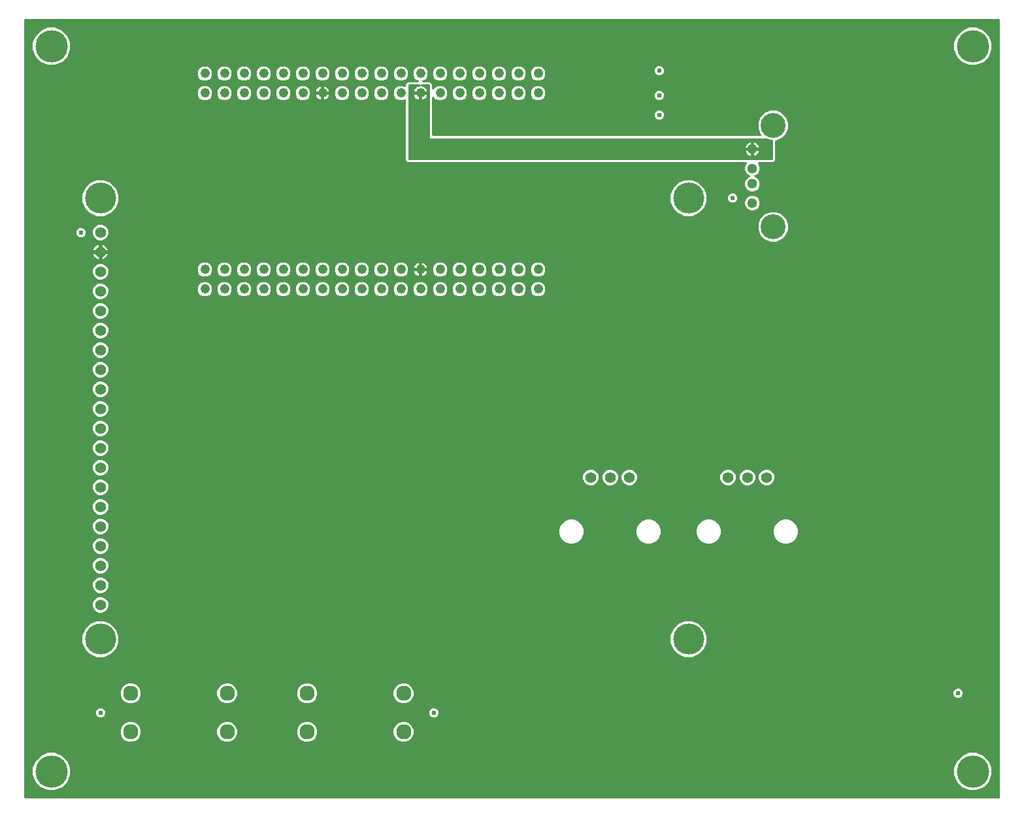
<source format=gbr>
G04 EAGLE Gerber RS-274X export*
G75*
%MOMM*%
%FSLAX34Y34*%
%LPD*%
%INCopper Layer 15*%
%IPPOS*%
%AMOC8*
5,1,8,0,0,1.08239X$1,22.5*%
G01*
%ADD10C,1.244600*%
%ADD11C,1.400000*%
%ADD12C,1.960000*%
%ADD13C,4.016000*%
%ADD14C,1.288000*%
%ADD15C,3.220000*%
%ADD16C,4.191000*%
%ADD17C,0.609600*%

G36*
X1265601Y3064D02*
X1265601Y3064D01*
X1265720Y3071D01*
X1265758Y3083D01*
X1265798Y3089D01*
X1265909Y3132D01*
X1266022Y3169D01*
X1266056Y3191D01*
X1266094Y3206D01*
X1266190Y3275D01*
X1266291Y3339D01*
X1266319Y3369D01*
X1266351Y3392D01*
X1266427Y3484D01*
X1266509Y3571D01*
X1266528Y3606D01*
X1266554Y3637D01*
X1266605Y3745D01*
X1266662Y3849D01*
X1266673Y3888D01*
X1266690Y3925D01*
X1266712Y4042D01*
X1266742Y4157D01*
X1266746Y4217D01*
X1266750Y4237D01*
X1266748Y4258D01*
X1266752Y4318D01*
X1266950Y1011682D01*
X1266936Y1011800D01*
X1266928Y1011919D01*
X1266916Y1011957D01*
X1266911Y1011997D01*
X1266867Y1012108D01*
X1266830Y1012221D01*
X1266809Y1012256D01*
X1266794Y1012293D01*
X1266724Y1012389D01*
X1266660Y1012490D01*
X1266630Y1012518D01*
X1266607Y1012550D01*
X1266515Y1012626D01*
X1266428Y1012708D01*
X1266393Y1012728D01*
X1266362Y1012753D01*
X1266254Y1012804D01*
X1266150Y1012862D01*
X1266111Y1012872D01*
X1266074Y1012889D01*
X1265957Y1012911D01*
X1265842Y1012941D01*
X1265782Y1012945D01*
X1265762Y1012949D01*
X1265741Y1012947D01*
X1265681Y1012951D01*
X4318Y1012951D01*
X4200Y1012936D01*
X4081Y1012929D01*
X4043Y1012916D01*
X4002Y1012911D01*
X3892Y1012868D01*
X3779Y1012831D01*
X3744Y1012809D01*
X3707Y1012794D01*
X3611Y1012725D01*
X3510Y1012661D01*
X3482Y1012631D01*
X3449Y1012608D01*
X3373Y1012516D01*
X3292Y1012429D01*
X3272Y1012394D01*
X3247Y1012363D01*
X3196Y1012255D01*
X3138Y1012151D01*
X3128Y1012111D01*
X3111Y1012075D01*
X3089Y1011958D01*
X3059Y1011843D01*
X3055Y1011783D01*
X3051Y1011763D01*
X3053Y1011742D01*
X3049Y1011682D01*
X3049Y4318D01*
X3064Y4200D01*
X3071Y4081D01*
X3084Y4043D01*
X3089Y4002D01*
X3132Y3892D01*
X3169Y3779D01*
X3191Y3744D01*
X3206Y3707D01*
X3275Y3611D01*
X3339Y3510D01*
X3369Y3482D01*
X3392Y3449D01*
X3484Y3373D01*
X3571Y3292D01*
X3606Y3272D01*
X3637Y3247D01*
X3745Y3196D01*
X3849Y3138D01*
X3889Y3128D01*
X3925Y3111D01*
X4042Y3089D01*
X4157Y3059D01*
X4217Y3055D01*
X4237Y3051D01*
X4258Y3053D01*
X4318Y3049D01*
X1265483Y3049D01*
X1265601Y3064D01*
G37*
%LPC*%
G36*
X944263Y790061D02*
X944263Y790061D01*
X940775Y791506D01*
X938106Y794175D01*
X936661Y797663D01*
X936661Y801437D01*
X938106Y804925D01*
X940775Y807594D01*
X942666Y808377D01*
X942787Y808446D01*
X942910Y808511D01*
X942925Y808525D01*
X942942Y808535D01*
X943042Y808632D01*
X943145Y808725D01*
X943156Y808742D01*
X943171Y808756D01*
X943244Y808875D01*
X943320Y808991D01*
X943326Y809010D01*
X943337Y809027D01*
X943378Y809160D01*
X943423Y809292D01*
X943424Y809312D01*
X943430Y809331D01*
X943437Y809470D01*
X943448Y809609D01*
X943445Y809629D01*
X943446Y809649D01*
X943417Y809785D01*
X943394Y809922D01*
X943385Y809941D01*
X943381Y809960D01*
X943320Y810086D01*
X943263Y810212D01*
X943250Y810228D01*
X943242Y810246D01*
X943151Y810352D01*
X943065Y810460D01*
X943048Y810473D01*
X943035Y810488D01*
X942922Y810568D01*
X942810Y810652D01*
X942785Y810664D01*
X942775Y810671D01*
X942756Y810678D01*
X942666Y810723D01*
X940775Y811506D01*
X938106Y814175D01*
X936661Y817663D01*
X936661Y821437D01*
X938106Y824925D01*
X938545Y825364D01*
X938631Y825474D01*
X938719Y825581D01*
X938728Y825600D01*
X938740Y825616D01*
X938796Y825744D01*
X938855Y825869D01*
X938859Y825889D01*
X938867Y825908D01*
X938889Y826046D01*
X938915Y826182D01*
X938913Y826202D01*
X938917Y826222D01*
X938903Y826361D01*
X938895Y826499D01*
X938889Y826518D01*
X938887Y826538D01*
X938840Y826669D01*
X938797Y826801D01*
X938786Y826819D01*
X938779Y826838D01*
X938701Y826952D01*
X938627Y827070D01*
X938612Y827084D01*
X938601Y827101D01*
X938497Y827193D01*
X938395Y827288D01*
X938377Y827298D01*
X938362Y827311D01*
X938238Y827374D01*
X938117Y827442D01*
X938097Y827447D01*
X938079Y827456D01*
X937943Y827486D01*
X937809Y827521D01*
X937781Y827523D01*
X937769Y827526D01*
X937748Y827525D01*
X937648Y827531D01*
X499861Y827531D01*
X497331Y830061D01*
X497331Y907929D01*
X497325Y907978D01*
X497327Y908028D01*
X497305Y908135D01*
X497291Y908244D01*
X497273Y908291D01*
X497263Y908339D01*
X497215Y908438D01*
X497174Y908540D01*
X497145Y908580D01*
X497123Y908625D01*
X497052Y908708D01*
X496988Y908797D01*
X496949Y908829D01*
X496917Y908867D01*
X496827Y908930D01*
X496743Y909000D01*
X496698Y909021D01*
X496657Y909050D01*
X496554Y909089D01*
X496455Y909136D01*
X496406Y909145D01*
X496360Y909163D01*
X496250Y909175D01*
X496143Y909195D01*
X496093Y909192D01*
X496044Y909198D01*
X495935Y909182D01*
X495825Y909176D01*
X495778Y909160D01*
X495729Y909153D01*
X495576Y909101D01*
X492744Y907928D01*
X489056Y907928D01*
X485648Y909340D01*
X483040Y911948D01*
X481628Y915356D01*
X481628Y919044D01*
X483040Y922452D01*
X485648Y925060D01*
X489056Y926472D01*
X492744Y926472D01*
X495576Y925299D01*
X495624Y925286D01*
X495669Y925264D01*
X495777Y925244D01*
X495883Y925215D01*
X495933Y925214D01*
X495982Y925205D01*
X496091Y925211D01*
X496201Y925210D01*
X496249Y925221D01*
X496299Y925224D01*
X496403Y925258D01*
X496510Y925284D01*
X496554Y925307D01*
X496601Y925322D01*
X496694Y925381D01*
X496791Y925433D01*
X496828Y925466D01*
X496870Y925493D01*
X496945Y925573D01*
X497027Y925646D01*
X497054Y925688D01*
X497088Y925724D01*
X497141Y925820D01*
X497201Y925912D01*
X497218Y925959D01*
X497242Y926003D01*
X497269Y926109D01*
X497305Y926213D01*
X497309Y926263D01*
X497321Y926311D01*
X497331Y926471D01*
X497331Y928889D01*
X499861Y931419D01*
X512685Y931419D01*
X512754Y931427D01*
X512824Y931426D01*
X512911Y931447D01*
X513000Y931459D01*
X513065Y931484D01*
X513133Y931501D01*
X513213Y931543D01*
X513296Y931576D01*
X513353Y931617D01*
X513414Y931649D01*
X513481Y931710D01*
X513553Y931762D01*
X513598Y931816D01*
X513650Y931863D01*
X513699Y931938D01*
X513756Y932007D01*
X513786Y932071D01*
X513824Y932129D01*
X513854Y932214D01*
X513892Y932295D01*
X513905Y932364D01*
X513928Y932430D01*
X513935Y932519D01*
X513952Y932607D01*
X513947Y932677D01*
X513953Y932747D01*
X513937Y932835D01*
X513932Y932925D01*
X513910Y932991D01*
X513898Y933060D01*
X513861Y933142D01*
X513834Y933227D01*
X513796Y933286D01*
X513768Y933350D01*
X513712Y933420D01*
X513664Y933496D01*
X513613Y933544D01*
X513569Y933598D01*
X513497Y933653D01*
X513432Y933714D01*
X513371Y933748D01*
X513315Y933790D01*
X513171Y933861D01*
X511048Y934740D01*
X508440Y937348D01*
X507028Y940756D01*
X507028Y944444D01*
X508440Y947852D01*
X511048Y950460D01*
X514456Y951872D01*
X518144Y951872D01*
X521552Y950460D01*
X524160Y947852D01*
X525572Y944444D01*
X525572Y940756D01*
X524160Y937348D01*
X521552Y934740D01*
X519429Y933861D01*
X519369Y933826D01*
X519304Y933800D01*
X519231Y933748D01*
X519153Y933703D01*
X519103Y933655D01*
X519047Y933614D01*
X518989Y933544D01*
X518925Y933482D01*
X518888Y933422D01*
X518844Y933369D01*
X518805Y933287D01*
X518759Y933211D01*
X518738Y933144D01*
X518708Y933081D01*
X518691Y932993D01*
X518665Y932907D01*
X518662Y932837D01*
X518648Y932768D01*
X518654Y932679D01*
X518650Y932589D01*
X518664Y932521D01*
X518668Y932451D01*
X518696Y932366D01*
X518714Y932278D01*
X518745Y932215D01*
X518766Y932149D01*
X518814Y932073D01*
X518854Y931992D01*
X518899Y931939D01*
X518936Y931880D01*
X519002Y931818D01*
X519060Y931750D01*
X519117Y931710D01*
X519168Y931662D01*
X519247Y931619D01*
X519320Y931567D01*
X519385Y931542D01*
X519447Y931508D01*
X519533Y931486D01*
X519618Y931454D01*
X519687Y931446D01*
X519754Y931429D01*
X519915Y931419D01*
X528839Y931419D01*
X531369Y928889D01*
X531369Y922867D01*
X531377Y922798D01*
X531376Y922728D01*
X531397Y922641D01*
X531409Y922552D01*
X531434Y922487D01*
X531451Y922419D01*
X531493Y922339D01*
X531526Y922256D01*
X531567Y922200D01*
X531599Y922138D01*
X531660Y922071D01*
X531712Y921999D01*
X531766Y921954D01*
X531813Y921902D01*
X531888Y921853D01*
X531957Y921796D01*
X532021Y921766D01*
X532079Y921728D01*
X532164Y921699D01*
X532245Y921660D01*
X532314Y921647D01*
X532380Y921625D01*
X532469Y921617D01*
X532557Y921601D01*
X532627Y921605D01*
X532697Y921599D01*
X532785Y921615D01*
X532875Y921620D01*
X532941Y921642D01*
X533010Y921654D01*
X533092Y921691D01*
X533177Y921718D01*
X533236Y921756D01*
X533300Y921784D01*
X533370Y921840D01*
X533446Y921888D01*
X533494Y921939D01*
X533548Y921983D01*
X533603Y922055D01*
X533664Y922120D01*
X533698Y922181D01*
X533740Y922237D01*
X533811Y922382D01*
X533840Y922452D01*
X536448Y925060D01*
X539856Y926472D01*
X543544Y926472D01*
X546952Y925060D01*
X549560Y922452D01*
X550972Y919044D01*
X550972Y915356D01*
X549560Y911948D01*
X546952Y909340D01*
X543544Y907928D01*
X539856Y907928D01*
X536448Y909340D01*
X533840Y911948D01*
X533811Y912018D01*
X533776Y912079D01*
X533750Y912144D01*
X533698Y912217D01*
X533653Y912295D01*
X533605Y912345D01*
X533564Y912401D01*
X533494Y912459D01*
X533432Y912523D01*
X533372Y912560D01*
X533319Y912604D01*
X533237Y912642D01*
X533161Y912689D01*
X533094Y912710D01*
X533031Y912740D01*
X532943Y912757D01*
X532857Y912783D01*
X532787Y912786D01*
X532718Y912799D01*
X532629Y912794D01*
X532539Y912798D01*
X532471Y912784D01*
X532401Y912780D01*
X532316Y912752D01*
X532228Y912734D01*
X532165Y912703D01*
X532099Y912682D01*
X532023Y912634D01*
X531942Y912594D01*
X531889Y912549D01*
X531830Y912512D01*
X531768Y912446D01*
X531700Y912388D01*
X531660Y912331D01*
X531612Y912280D01*
X531569Y912201D01*
X531517Y912128D01*
X531492Y912063D01*
X531458Y912001D01*
X531436Y911914D01*
X531404Y911830D01*
X531396Y911761D01*
X531379Y911693D01*
X531369Y911533D01*
X531369Y862838D01*
X531384Y862720D01*
X531391Y862601D01*
X531404Y862563D01*
X531409Y862522D01*
X531452Y862411D01*
X531489Y862299D01*
X531511Y862264D01*
X531526Y862227D01*
X531595Y862131D01*
X531659Y862030D01*
X531689Y862002D01*
X531712Y861969D01*
X531804Y861893D01*
X531891Y861812D01*
X531926Y861792D01*
X531957Y861767D01*
X532065Y861716D01*
X532169Y861658D01*
X532209Y861648D01*
X532245Y861631D01*
X532362Y861609D01*
X532477Y861579D01*
X532537Y861575D01*
X532557Y861571D01*
X532578Y861573D01*
X532638Y861569D01*
X956787Y861569D01*
X956925Y861586D01*
X957063Y861599D01*
X957082Y861606D01*
X957102Y861609D01*
X957231Y861660D01*
X957362Y861707D01*
X957379Y861718D01*
X957398Y861726D01*
X957510Y861807D01*
X957625Y861885D01*
X957639Y861901D01*
X957655Y861912D01*
X957744Y862020D01*
X957836Y862124D01*
X957845Y862142D01*
X957858Y862157D01*
X957917Y862283D01*
X957980Y862407D01*
X957985Y862427D01*
X957994Y862445D01*
X958020Y862582D01*
X958050Y862717D01*
X958050Y862738D01*
X958053Y862757D01*
X958045Y862896D01*
X958040Y863035D01*
X958035Y863055D01*
X958034Y863075D01*
X957991Y863207D01*
X957952Y863341D01*
X957942Y863358D01*
X957936Y863377D01*
X957861Y863495D01*
X957791Y863615D01*
X957772Y863636D01*
X957765Y863646D01*
X957750Y863660D01*
X957684Y863735D01*
X957016Y864403D01*
X954101Y871441D01*
X954101Y879059D01*
X957016Y886097D01*
X962403Y891484D01*
X969441Y894399D01*
X977059Y894399D01*
X984097Y891484D01*
X989484Y886097D01*
X992399Y879059D01*
X992399Y871441D01*
X989484Y864403D01*
X984097Y859016D01*
X977024Y856087D01*
X977020Y856086D01*
X976901Y856079D01*
X976863Y856066D01*
X976822Y856061D01*
X976712Y856018D01*
X976599Y855981D01*
X976564Y855959D01*
X976527Y855944D01*
X976431Y855875D01*
X976330Y855811D01*
X976302Y855781D01*
X976269Y855758D01*
X976193Y855666D01*
X976112Y855579D01*
X976092Y855544D01*
X976067Y855513D01*
X976016Y855405D01*
X975958Y855301D01*
X975948Y855261D01*
X975931Y855225D01*
X975909Y855108D01*
X975879Y854993D01*
X975875Y854933D01*
X975871Y854913D01*
X975873Y854892D01*
X975869Y854832D01*
X975869Y830061D01*
X973339Y827531D01*
X954652Y827531D01*
X954514Y827514D01*
X954376Y827501D01*
X954357Y827494D01*
X954337Y827491D01*
X954207Y827440D01*
X954076Y827393D01*
X954060Y827382D01*
X954041Y827374D01*
X953928Y827293D01*
X953813Y827215D01*
X953800Y827199D01*
X953783Y827188D01*
X953695Y827080D01*
X953603Y826976D01*
X953594Y826958D01*
X953581Y826943D01*
X953522Y826817D01*
X953458Y826693D01*
X953454Y826673D01*
X953445Y826655D01*
X953419Y826519D01*
X953389Y826383D01*
X953389Y826362D01*
X953385Y826343D01*
X953394Y826203D01*
X953398Y826065D01*
X953404Y826045D01*
X953405Y826025D01*
X953448Y825893D01*
X953487Y825759D01*
X953497Y825742D01*
X953503Y825723D01*
X953577Y825605D01*
X953648Y825485D01*
X953667Y825464D01*
X953673Y825454D01*
X953688Y825440D01*
X953755Y825364D01*
X954194Y824925D01*
X955639Y821437D01*
X955639Y817663D01*
X954194Y814175D01*
X951525Y811506D01*
X949634Y810723D01*
X949514Y810654D01*
X949390Y810589D01*
X949375Y810575D01*
X949358Y810565D01*
X949258Y810468D01*
X949155Y810375D01*
X949144Y810358D01*
X949129Y810344D01*
X949057Y810226D01*
X948980Y810109D01*
X948974Y810090D01*
X948963Y810073D01*
X948922Y809940D01*
X948877Y809808D01*
X948875Y809788D01*
X948870Y809769D01*
X948863Y809630D01*
X948852Y809491D01*
X948855Y809471D01*
X948854Y809451D01*
X948883Y809315D01*
X948906Y809178D01*
X948915Y809159D01*
X948919Y809140D01*
X948980Y809015D01*
X949037Y808888D01*
X949049Y808872D01*
X949058Y808854D01*
X949149Y808748D01*
X949235Y808640D01*
X949252Y808627D01*
X949265Y808612D01*
X949379Y808532D01*
X949490Y808448D01*
X949515Y808436D01*
X949525Y808429D01*
X949544Y808422D01*
X949634Y808377D01*
X951525Y807594D01*
X954194Y804925D01*
X955639Y801437D01*
X955639Y797663D01*
X954194Y794175D01*
X951525Y791506D01*
X948037Y790061D01*
X944263Y790061D01*
G37*
%LPD*%
G36*
X971668Y830596D02*
X971668Y830596D01*
X971787Y830603D01*
X971825Y830616D01*
X971866Y830621D01*
X971976Y830664D01*
X972089Y830701D01*
X972124Y830723D01*
X972161Y830738D01*
X972257Y830808D01*
X972358Y830871D01*
X972386Y830901D01*
X972419Y830924D01*
X972495Y831016D01*
X972576Y831103D01*
X972596Y831138D01*
X972621Y831169D01*
X972672Y831277D01*
X972730Y831381D01*
X972740Y831421D01*
X972757Y831457D01*
X972779Y831574D01*
X972809Y831689D01*
X972813Y831750D01*
X972817Y831770D01*
X972815Y831790D01*
X972819Y831850D01*
X972819Y855340D01*
X972804Y855458D01*
X972797Y855577D01*
X972784Y855615D01*
X972779Y855656D01*
X972736Y855766D01*
X972699Y855879D01*
X972677Y855914D01*
X972662Y855951D01*
X972593Y856047D01*
X972529Y856148D01*
X972499Y856176D01*
X972476Y856209D01*
X972384Y856285D01*
X972297Y856366D01*
X972262Y856386D01*
X972231Y856411D01*
X972123Y856462D01*
X972019Y856520D01*
X971979Y856530D01*
X971943Y856547D01*
X971826Y856569D01*
X971711Y856599D01*
X971651Y856603D01*
X971631Y856607D01*
X971610Y856605D01*
X971550Y856609D01*
X969542Y856609D01*
X965164Y858423D01*
X965155Y858425D01*
X965147Y858430D01*
X965002Y858467D01*
X964858Y858507D01*
X964848Y858507D01*
X964839Y858509D01*
X964679Y858519D01*
X528319Y858519D01*
X528319Y927100D01*
X528304Y927218D01*
X528297Y927337D01*
X528284Y927375D01*
X528279Y927416D01*
X528236Y927526D01*
X528199Y927639D01*
X528177Y927674D01*
X528162Y927711D01*
X528093Y927807D01*
X528029Y927908D01*
X527999Y927936D01*
X527976Y927969D01*
X527884Y928045D01*
X527797Y928126D01*
X527762Y928146D01*
X527731Y928171D01*
X527623Y928222D01*
X527519Y928280D01*
X527479Y928290D01*
X527443Y928307D01*
X527326Y928329D01*
X527211Y928359D01*
X527151Y928363D01*
X527131Y928367D01*
X527110Y928365D01*
X527050Y928369D01*
X517957Y928369D01*
X517922Y928365D01*
X517887Y928367D01*
X517765Y928345D01*
X517641Y928329D01*
X517609Y928317D01*
X517574Y928310D01*
X517461Y928258D01*
X517345Y928212D01*
X517317Y928192D01*
X517285Y928177D01*
X517189Y928099D01*
X517088Y928026D01*
X517066Y927999D01*
X517039Y927977D01*
X516965Y927876D01*
X516885Y927781D01*
X516870Y927749D01*
X516850Y927721D01*
X516803Y927605D01*
X516750Y927493D01*
X516743Y927459D01*
X516730Y927426D01*
X516713Y927303D01*
X516690Y927181D01*
X516692Y927146D01*
X516687Y927111D01*
X516702Y926987D01*
X516710Y926863D01*
X516721Y926830D01*
X516725Y926795D01*
X516769Y926679D01*
X516808Y926561D01*
X516826Y926531D01*
X516839Y926498D01*
X516911Y926397D01*
X516978Y926292D01*
X517003Y926268D01*
X517024Y926239D01*
X517119Y926159D01*
X517210Y926074D01*
X517240Y926057D01*
X517267Y926035D01*
X517379Y925981D01*
X517488Y925920D01*
X517522Y925912D01*
X517553Y925897D01*
X517709Y925855D01*
X518856Y925627D01*
X520451Y924966D01*
X521887Y924007D01*
X523107Y922787D01*
X524066Y921351D01*
X524727Y919756D01*
X524793Y919422D01*
X517253Y919422D01*
X517134Y919407D01*
X517016Y919399D01*
X516977Y919387D01*
X516937Y919382D01*
X516826Y919338D01*
X516713Y919301D01*
X516679Y919280D01*
X516641Y919265D01*
X516545Y919195D01*
X516445Y919131D01*
X516417Y919102D01*
X516384Y919078D01*
X516308Y918986D01*
X516304Y918982D01*
X516297Y918988D01*
X516273Y919021D01*
X516181Y919097D01*
X516094Y919179D01*
X516059Y919198D01*
X516028Y919224D01*
X515920Y919275D01*
X515816Y919332D01*
X515777Y919342D01*
X515740Y919359D01*
X515623Y919382D01*
X515508Y919412D01*
X515448Y919415D01*
X515428Y919419D01*
X515407Y919418D01*
X515347Y919422D01*
X507807Y919422D01*
X507873Y919756D01*
X508534Y921351D01*
X509493Y922787D01*
X510713Y924007D01*
X512149Y924966D01*
X513744Y925627D01*
X514891Y925855D01*
X514924Y925866D01*
X514959Y925871D01*
X515075Y925916D01*
X515193Y925956D01*
X515222Y925975D01*
X515255Y925988D01*
X515355Y926061D01*
X515460Y926128D01*
X515484Y926154D01*
X515512Y926174D01*
X515591Y926271D01*
X515676Y926362D01*
X515692Y926392D01*
X515715Y926419D01*
X515768Y926532D01*
X515827Y926642D01*
X515835Y926676D01*
X515850Y926707D01*
X515874Y926829D01*
X515904Y926950D01*
X515903Y926985D01*
X515910Y927020D01*
X515902Y927144D01*
X515901Y927268D01*
X515892Y927302D01*
X515890Y927337D01*
X515852Y927455D01*
X515820Y927576D01*
X515803Y927606D01*
X515792Y927639D01*
X515726Y927745D01*
X515665Y927853D01*
X515641Y927879D01*
X515622Y927908D01*
X515531Y927994D01*
X515446Y928084D01*
X515416Y928102D01*
X515390Y928126D01*
X515281Y928186D01*
X515176Y928252D01*
X515143Y928263D01*
X515112Y928280D01*
X514992Y928311D01*
X514873Y928348D01*
X514838Y928350D01*
X514804Y928359D01*
X514643Y928369D01*
X501650Y928369D01*
X501532Y928354D01*
X501413Y928347D01*
X501375Y928334D01*
X501334Y928329D01*
X501224Y928286D01*
X501111Y928249D01*
X501076Y928227D01*
X501039Y928212D01*
X500943Y928143D01*
X500842Y928079D01*
X500814Y928049D01*
X500781Y928026D01*
X500706Y927934D01*
X500624Y927847D01*
X500604Y927812D01*
X500579Y927781D01*
X500528Y927673D01*
X500470Y927569D01*
X500460Y927529D01*
X500443Y927493D01*
X500421Y927376D01*
X500391Y927261D01*
X500387Y927201D01*
X500383Y927181D01*
X500385Y927160D01*
X500381Y927100D01*
X500381Y831850D01*
X500396Y831732D01*
X500403Y831613D01*
X500416Y831575D01*
X500421Y831534D01*
X500464Y831424D01*
X500501Y831311D01*
X500523Y831276D01*
X500538Y831239D01*
X500608Y831143D01*
X500671Y831042D01*
X500701Y831014D01*
X500724Y830981D01*
X500816Y830906D01*
X500903Y830824D01*
X500938Y830804D01*
X500969Y830779D01*
X501077Y830728D01*
X501181Y830670D01*
X501221Y830660D01*
X501257Y830643D01*
X501374Y830621D01*
X501489Y830591D01*
X501550Y830587D01*
X501570Y830583D01*
X501590Y830585D01*
X501650Y830581D01*
X971550Y830581D01*
X971668Y830596D01*
G37*
%LPC*%
G36*
X33325Y14096D02*
X33325Y14096D01*
X24503Y17751D01*
X17751Y24503D01*
X14096Y33325D01*
X14096Y42875D01*
X17751Y51697D01*
X24503Y58449D01*
X33325Y62104D01*
X42875Y62104D01*
X51697Y58449D01*
X58449Y51697D01*
X62104Y42875D01*
X62104Y33325D01*
X58449Y24503D01*
X51697Y17751D01*
X42875Y14096D01*
X33325Y14096D01*
G37*
%LPD*%
%LPC*%
G36*
X1227125Y14096D02*
X1227125Y14096D01*
X1218303Y17751D01*
X1211551Y24503D01*
X1207896Y33325D01*
X1207896Y42875D01*
X1211551Y51697D01*
X1218303Y58449D01*
X1227125Y62104D01*
X1236675Y62104D01*
X1245497Y58449D01*
X1252249Y51697D01*
X1255904Y42875D01*
X1255904Y33325D01*
X1252249Y24503D01*
X1245497Y17751D01*
X1236675Y14096D01*
X1227125Y14096D01*
G37*
%LPD*%
%LPC*%
G36*
X1227125Y953896D02*
X1227125Y953896D01*
X1218303Y957551D01*
X1211551Y964303D01*
X1207896Y973125D01*
X1207896Y982675D01*
X1211551Y991497D01*
X1218303Y998249D01*
X1227125Y1001904D01*
X1236675Y1001904D01*
X1245497Y998249D01*
X1252249Y991497D01*
X1255904Y982675D01*
X1255904Y973125D01*
X1252249Y964303D01*
X1245497Y957551D01*
X1236675Y953896D01*
X1227125Y953896D01*
G37*
%LPD*%
%LPC*%
G36*
X33325Y953896D02*
X33325Y953896D01*
X24503Y957551D01*
X17751Y964303D01*
X14096Y973125D01*
X14096Y982675D01*
X17751Y991497D01*
X24503Y998249D01*
X33325Y1001904D01*
X42875Y1001904D01*
X51697Y998249D01*
X58449Y991497D01*
X62104Y982675D01*
X62104Y973125D01*
X58449Y964303D01*
X51697Y957551D01*
X42875Y953896D01*
X33325Y953896D01*
G37*
%LPD*%
%LPC*%
G36*
X858999Y757921D02*
X858999Y757921D01*
X850499Y761442D01*
X843992Y767949D01*
X840471Y776449D01*
X840471Y785651D01*
X843992Y794151D01*
X850499Y800658D01*
X858999Y804179D01*
X868201Y804179D01*
X876701Y800658D01*
X883208Y794151D01*
X886729Y785651D01*
X886729Y776449D01*
X883208Y767949D01*
X876701Y761442D01*
X868201Y757921D01*
X858999Y757921D01*
G37*
%LPD*%
%LPC*%
G36*
X96999Y757921D02*
X96999Y757921D01*
X88499Y761442D01*
X81992Y767949D01*
X78471Y776449D01*
X78471Y785651D01*
X81992Y794151D01*
X88499Y800658D01*
X96999Y804179D01*
X106201Y804179D01*
X114701Y800658D01*
X121208Y794151D01*
X124729Y785651D01*
X124729Y776449D01*
X121208Y767949D01*
X114701Y761442D01*
X106201Y757921D01*
X96999Y757921D01*
G37*
%LPD*%
%LPC*%
G36*
X858999Y186421D02*
X858999Y186421D01*
X850499Y189942D01*
X843992Y196449D01*
X840471Y204949D01*
X840471Y214151D01*
X843992Y222651D01*
X850499Y229158D01*
X858999Y232679D01*
X868201Y232679D01*
X876701Y229158D01*
X883208Y222651D01*
X886729Y214151D01*
X886729Y204949D01*
X883208Y196449D01*
X876701Y189942D01*
X868201Y186421D01*
X858999Y186421D01*
G37*
%LPD*%
%LPC*%
G36*
X96999Y186421D02*
X96999Y186421D01*
X88499Y189942D01*
X81992Y196449D01*
X78471Y204949D01*
X78471Y214151D01*
X81992Y222651D01*
X88499Y229158D01*
X96999Y232679D01*
X106201Y232679D01*
X114701Y229158D01*
X121208Y222651D01*
X124729Y214151D01*
X124729Y204949D01*
X121208Y196449D01*
X114701Y189942D01*
X106201Y186421D01*
X96999Y186421D01*
G37*
%LPD*%
%LPC*%
G36*
X969441Y724701D02*
X969441Y724701D01*
X962403Y727616D01*
X957016Y733003D01*
X954101Y740041D01*
X954101Y747659D01*
X957016Y754697D01*
X962403Y760084D01*
X969441Y762999D01*
X977059Y762999D01*
X984097Y760084D01*
X989484Y754697D01*
X992399Y747659D01*
X992399Y740041D01*
X989484Y733003D01*
X984097Y727616D01*
X977059Y724701D01*
X969441Y724701D01*
G37*
%LPD*%
%LPC*%
G36*
X808907Y333551D02*
X808907Y333551D01*
X803192Y335918D01*
X798818Y340292D01*
X796451Y346007D01*
X796451Y352193D01*
X798818Y357908D01*
X803192Y362282D01*
X808907Y364649D01*
X815093Y364649D01*
X820808Y362282D01*
X825182Y357908D01*
X827549Y352193D01*
X827549Y346007D01*
X825182Y340292D01*
X820808Y335918D01*
X815093Y333551D01*
X808907Y333551D01*
G37*
%LPD*%
%LPC*%
G36*
X986707Y333551D02*
X986707Y333551D01*
X980992Y335918D01*
X976618Y340292D01*
X974251Y346007D01*
X974251Y352193D01*
X976618Y357908D01*
X980992Y362282D01*
X986707Y364649D01*
X992893Y364649D01*
X998608Y362282D01*
X1002982Y357908D01*
X1005349Y352193D01*
X1005349Y346007D01*
X1002982Y340292D01*
X998608Y335918D01*
X992893Y333551D01*
X986707Y333551D01*
G37*
%LPD*%
%LPC*%
G36*
X708907Y333551D02*
X708907Y333551D01*
X703192Y335918D01*
X698818Y340292D01*
X696451Y346007D01*
X696451Y352193D01*
X698818Y357908D01*
X703192Y362282D01*
X708907Y364649D01*
X715093Y364649D01*
X720808Y362282D01*
X725182Y357908D01*
X727549Y352193D01*
X727549Y346007D01*
X725182Y340292D01*
X720808Y335918D01*
X715093Y333551D01*
X708907Y333551D01*
G37*
%LPD*%
%LPC*%
G36*
X886707Y333551D02*
X886707Y333551D01*
X880992Y335918D01*
X876618Y340292D01*
X874251Y346007D01*
X874251Y352193D01*
X876618Y357908D01*
X880992Y362282D01*
X886707Y364649D01*
X892893Y364649D01*
X898608Y362282D01*
X902982Y357908D01*
X905349Y352193D01*
X905349Y346007D01*
X902982Y340292D01*
X898608Y335918D01*
X892893Y333551D01*
X886707Y333551D01*
G37*
%LPD*%
%LPC*%
G36*
X366744Y126451D02*
X366744Y126451D01*
X362022Y128407D01*
X358407Y132022D01*
X356451Y136744D01*
X356451Y141856D01*
X358407Y146578D01*
X362022Y150193D01*
X366744Y152149D01*
X371856Y152149D01*
X376578Y150193D01*
X380193Y146578D01*
X382149Y141856D01*
X382149Y136744D01*
X380193Y132022D01*
X376578Y128407D01*
X371856Y126451D01*
X366744Y126451D01*
G37*
%LPD*%
%LPC*%
G36*
X138144Y126451D02*
X138144Y126451D01*
X133422Y128407D01*
X129807Y132022D01*
X127851Y136744D01*
X127851Y141856D01*
X129807Y146578D01*
X133422Y150193D01*
X138144Y152149D01*
X143256Y152149D01*
X147978Y150193D01*
X151593Y146578D01*
X153549Y141856D01*
X153549Y136744D01*
X151593Y132022D01*
X147978Y128407D01*
X143256Y126451D01*
X138144Y126451D01*
G37*
%LPD*%
%LPC*%
G36*
X138144Y76451D02*
X138144Y76451D01*
X133422Y78407D01*
X129807Y82022D01*
X127851Y86744D01*
X127851Y91856D01*
X129807Y96578D01*
X133422Y100193D01*
X138144Y102149D01*
X143256Y102149D01*
X147978Y100193D01*
X151593Y96578D01*
X153549Y91856D01*
X153549Y86744D01*
X151593Y82022D01*
X147978Y78407D01*
X143256Y76451D01*
X138144Y76451D01*
G37*
%LPD*%
%LPC*%
G36*
X491744Y76451D02*
X491744Y76451D01*
X487022Y78407D01*
X483407Y82022D01*
X481451Y86744D01*
X481451Y91856D01*
X483407Y96578D01*
X487022Y100193D01*
X491744Y102149D01*
X496856Y102149D01*
X501578Y100193D01*
X505193Y96578D01*
X507149Y91856D01*
X507149Y86744D01*
X505193Y82022D01*
X501578Y78407D01*
X496856Y76451D01*
X491744Y76451D01*
G37*
%LPD*%
%LPC*%
G36*
X263144Y126451D02*
X263144Y126451D01*
X258422Y128407D01*
X254807Y132022D01*
X252851Y136744D01*
X252851Y141856D01*
X254807Y146578D01*
X258422Y150193D01*
X263144Y152149D01*
X268256Y152149D01*
X272978Y150193D01*
X276593Y146578D01*
X278549Y141856D01*
X278549Y136744D01*
X276593Y132022D01*
X272978Y128407D01*
X268256Y126451D01*
X263144Y126451D01*
G37*
%LPD*%
%LPC*%
G36*
X491744Y126451D02*
X491744Y126451D01*
X487022Y128407D01*
X483407Y132022D01*
X481451Y136744D01*
X481451Y141856D01*
X483407Y146578D01*
X487022Y150193D01*
X491744Y152149D01*
X496856Y152149D01*
X501578Y150193D01*
X505193Y146578D01*
X507149Y141856D01*
X507149Y136744D01*
X505193Y132022D01*
X501578Y128407D01*
X496856Y126451D01*
X491744Y126451D01*
G37*
%LPD*%
%LPC*%
G36*
X366744Y76451D02*
X366744Y76451D01*
X362022Y78407D01*
X358407Y82022D01*
X356451Y86744D01*
X356451Y91856D01*
X358407Y96578D01*
X362022Y100193D01*
X366744Y102149D01*
X371856Y102149D01*
X376578Y100193D01*
X380193Y96578D01*
X382149Y91856D01*
X382149Y86744D01*
X380193Y82022D01*
X376578Y78407D01*
X371856Y76451D01*
X366744Y76451D01*
G37*
%LPD*%
%LPC*%
G36*
X263144Y76451D02*
X263144Y76451D01*
X258422Y78407D01*
X254807Y82022D01*
X252851Y86744D01*
X252851Y91856D01*
X254807Y96578D01*
X258422Y100193D01*
X263144Y102149D01*
X268256Y102149D01*
X272978Y100193D01*
X276593Y96578D01*
X278549Y91856D01*
X278549Y86744D01*
X276593Y82022D01*
X272978Y78407D01*
X268256Y76451D01*
X263144Y76451D01*
G37*
%LPD*%
%LPC*%
G36*
X99601Y320151D02*
X99601Y320151D01*
X95908Y321681D01*
X93081Y324508D01*
X91551Y328201D01*
X91551Y332199D01*
X93081Y335892D01*
X95908Y338719D01*
X99601Y340249D01*
X103599Y340249D01*
X107292Y338719D01*
X110119Y335892D01*
X111649Y332199D01*
X111649Y328201D01*
X110119Y324508D01*
X107292Y321681D01*
X103599Y320151D01*
X99601Y320151D01*
G37*
%LPD*%
%LPC*%
G36*
X99601Y345551D02*
X99601Y345551D01*
X95908Y347081D01*
X93081Y349908D01*
X91551Y353601D01*
X91551Y357599D01*
X93081Y361292D01*
X95908Y364119D01*
X99601Y365649D01*
X103599Y365649D01*
X107292Y364119D01*
X110119Y361292D01*
X111649Y357599D01*
X111649Y353601D01*
X110119Y349908D01*
X107292Y347081D01*
X103599Y345551D01*
X99601Y345551D01*
G37*
%LPD*%
%LPC*%
G36*
X99601Y370951D02*
X99601Y370951D01*
X95908Y372481D01*
X93081Y375308D01*
X91551Y379001D01*
X91551Y382999D01*
X93081Y386692D01*
X95908Y389519D01*
X99601Y391049D01*
X103599Y391049D01*
X107292Y389519D01*
X110119Y386692D01*
X111649Y382999D01*
X111649Y379001D01*
X110119Y375308D01*
X107292Y372481D01*
X103599Y370951D01*
X99601Y370951D01*
G37*
%LPD*%
%LPC*%
G36*
X99601Y294751D02*
X99601Y294751D01*
X95908Y296281D01*
X93081Y299108D01*
X91551Y302801D01*
X91551Y306799D01*
X93081Y310492D01*
X95908Y313319D01*
X99601Y314849D01*
X103599Y314849D01*
X107292Y313319D01*
X110119Y310492D01*
X111649Y306799D01*
X111649Y302801D01*
X110119Y299108D01*
X107292Y296281D01*
X103599Y294751D01*
X99601Y294751D01*
G37*
%LPD*%
%LPC*%
G36*
X735001Y409051D02*
X735001Y409051D01*
X731308Y410581D01*
X728481Y413408D01*
X726951Y417101D01*
X726951Y421099D01*
X728481Y424792D01*
X731308Y427619D01*
X735001Y429149D01*
X738999Y429149D01*
X742692Y427619D01*
X745519Y424792D01*
X747049Y421099D01*
X747049Y417101D01*
X745519Y413408D01*
X742692Y410581D01*
X738999Y409051D01*
X735001Y409051D01*
G37*
%LPD*%
%LPC*%
G36*
X760001Y409051D02*
X760001Y409051D01*
X756308Y410581D01*
X753481Y413408D01*
X751951Y417101D01*
X751951Y421099D01*
X753481Y424792D01*
X756308Y427619D01*
X760001Y429149D01*
X763999Y429149D01*
X767692Y427619D01*
X770519Y424792D01*
X772049Y421099D01*
X772049Y417101D01*
X770519Y413408D01*
X767692Y410581D01*
X763999Y409051D01*
X760001Y409051D01*
G37*
%LPD*%
%LPC*%
G36*
X785001Y409051D02*
X785001Y409051D01*
X781308Y410581D01*
X778481Y413408D01*
X776951Y417101D01*
X776951Y421099D01*
X778481Y424792D01*
X781308Y427619D01*
X785001Y429149D01*
X788999Y429149D01*
X792692Y427619D01*
X795519Y424792D01*
X797049Y421099D01*
X797049Y417101D01*
X795519Y413408D01*
X792692Y410581D01*
X788999Y409051D01*
X785001Y409051D01*
G37*
%LPD*%
%LPC*%
G36*
X912801Y409051D02*
X912801Y409051D01*
X909108Y410581D01*
X906281Y413408D01*
X904751Y417101D01*
X904751Y421099D01*
X906281Y424792D01*
X909108Y427619D01*
X912801Y429149D01*
X916799Y429149D01*
X920492Y427619D01*
X923319Y424792D01*
X924849Y421099D01*
X924849Y417101D01*
X923319Y413408D01*
X920492Y410581D01*
X916799Y409051D01*
X912801Y409051D01*
G37*
%LPD*%
%LPC*%
G36*
X937801Y409051D02*
X937801Y409051D01*
X934108Y410581D01*
X931281Y413408D01*
X929751Y417101D01*
X929751Y421099D01*
X931281Y424792D01*
X934108Y427619D01*
X937801Y429149D01*
X941799Y429149D01*
X945492Y427619D01*
X948319Y424792D01*
X949849Y421099D01*
X949849Y417101D01*
X948319Y413408D01*
X945492Y410581D01*
X941799Y409051D01*
X937801Y409051D01*
G37*
%LPD*%
%LPC*%
G36*
X962801Y409051D02*
X962801Y409051D01*
X959108Y410581D01*
X956281Y413408D01*
X954751Y417101D01*
X954751Y421099D01*
X956281Y424792D01*
X959108Y427619D01*
X962801Y429149D01*
X966799Y429149D01*
X970492Y427619D01*
X973319Y424792D01*
X974849Y421099D01*
X974849Y417101D01*
X973319Y413408D01*
X970492Y410581D01*
X966799Y409051D01*
X962801Y409051D01*
G37*
%LPD*%
%LPC*%
G36*
X99601Y421751D02*
X99601Y421751D01*
X95908Y423281D01*
X93081Y426108D01*
X91551Y429801D01*
X91551Y433799D01*
X93081Y437492D01*
X95908Y440319D01*
X99601Y441849D01*
X103599Y441849D01*
X107292Y440319D01*
X110119Y437492D01*
X111649Y433799D01*
X111649Y429801D01*
X110119Y426108D01*
X107292Y423281D01*
X103599Y421751D01*
X99601Y421751D01*
G37*
%LPD*%
%LPC*%
G36*
X99601Y447151D02*
X99601Y447151D01*
X95908Y448681D01*
X93081Y451508D01*
X91551Y455201D01*
X91551Y459199D01*
X93081Y462892D01*
X95908Y465719D01*
X99601Y467249D01*
X103599Y467249D01*
X107292Y465719D01*
X110119Y462892D01*
X111649Y459199D01*
X111649Y455201D01*
X110119Y451508D01*
X107292Y448681D01*
X103599Y447151D01*
X99601Y447151D01*
G37*
%LPD*%
%LPC*%
G36*
X99601Y472551D02*
X99601Y472551D01*
X95908Y474081D01*
X93081Y476908D01*
X91551Y480601D01*
X91551Y484599D01*
X93081Y488292D01*
X95908Y491119D01*
X99601Y492649D01*
X103599Y492649D01*
X107292Y491119D01*
X110119Y488292D01*
X111649Y484599D01*
X111649Y480601D01*
X110119Y476908D01*
X107292Y474081D01*
X103599Y472551D01*
X99601Y472551D01*
G37*
%LPD*%
%LPC*%
G36*
X99601Y497951D02*
X99601Y497951D01*
X95908Y499481D01*
X93081Y502308D01*
X91551Y506001D01*
X91551Y509999D01*
X93081Y513692D01*
X95908Y516519D01*
X99601Y518049D01*
X103599Y518049D01*
X107292Y516519D01*
X110119Y513692D01*
X111649Y509999D01*
X111649Y506001D01*
X110119Y502308D01*
X107292Y499481D01*
X103599Y497951D01*
X99601Y497951D01*
G37*
%LPD*%
%LPC*%
G36*
X99601Y523351D02*
X99601Y523351D01*
X95908Y524881D01*
X93081Y527708D01*
X91551Y531401D01*
X91551Y535399D01*
X93081Y539092D01*
X95908Y541919D01*
X99601Y543449D01*
X103599Y543449D01*
X107292Y541919D01*
X110119Y539092D01*
X111649Y535399D01*
X111649Y531401D01*
X110119Y527708D01*
X107292Y524881D01*
X103599Y523351D01*
X99601Y523351D01*
G37*
%LPD*%
%LPC*%
G36*
X99601Y548751D02*
X99601Y548751D01*
X95908Y550281D01*
X93081Y553108D01*
X91551Y556801D01*
X91551Y560799D01*
X93081Y564492D01*
X95908Y567319D01*
X99601Y568849D01*
X103599Y568849D01*
X107292Y567319D01*
X110119Y564492D01*
X111649Y560799D01*
X111649Y556801D01*
X110119Y553108D01*
X107292Y550281D01*
X103599Y548751D01*
X99601Y548751D01*
G37*
%LPD*%
%LPC*%
G36*
X99601Y574151D02*
X99601Y574151D01*
X95908Y575681D01*
X93081Y578508D01*
X91551Y582201D01*
X91551Y586199D01*
X93081Y589892D01*
X95908Y592719D01*
X99601Y594249D01*
X103599Y594249D01*
X107292Y592719D01*
X110119Y589892D01*
X111649Y586199D01*
X111649Y582201D01*
X110119Y578508D01*
X107292Y575681D01*
X103599Y574151D01*
X99601Y574151D01*
G37*
%LPD*%
%LPC*%
G36*
X99601Y599551D02*
X99601Y599551D01*
X95908Y601081D01*
X93081Y603908D01*
X91551Y607601D01*
X91551Y611599D01*
X93081Y615292D01*
X95908Y618119D01*
X99601Y619649D01*
X103599Y619649D01*
X107292Y618119D01*
X110119Y615292D01*
X111649Y611599D01*
X111649Y607601D01*
X110119Y603908D01*
X107292Y601081D01*
X103599Y599551D01*
X99601Y599551D01*
G37*
%LPD*%
%LPC*%
G36*
X99601Y624951D02*
X99601Y624951D01*
X95908Y626481D01*
X93081Y629308D01*
X91551Y633001D01*
X91551Y636999D01*
X93081Y640692D01*
X95908Y643519D01*
X99601Y645049D01*
X103599Y645049D01*
X107292Y643519D01*
X110119Y640692D01*
X111649Y636999D01*
X111649Y633001D01*
X110119Y629308D01*
X107292Y626481D01*
X103599Y624951D01*
X99601Y624951D01*
G37*
%LPD*%
%LPC*%
G36*
X99601Y650351D02*
X99601Y650351D01*
X95908Y651881D01*
X93081Y654708D01*
X91551Y658401D01*
X91551Y662399D01*
X93081Y666092D01*
X95908Y668919D01*
X99601Y670449D01*
X103599Y670449D01*
X107292Y668919D01*
X110119Y666092D01*
X111649Y662399D01*
X111649Y658401D01*
X110119Y654708D01*
X107292Y651881D01*
X103599Y650351D01*
X99601Y650351D01*
G37*
%LPD*%
%LPC*%
G36*
X99601Y675751D02*
X99601Y675751D01*
X95908Y677281D01*
X93081Y680108D01*
X91551Y683801D01*
X91551Y687799D01*
X93081Y691492D01*
X95908Y694319D01*
X99601Y695849D01*
X103599Y695849D01*
X107292Y694319D01*
X110119Y691492D01*
X111649Y687799D01*
X111649Y683801D01*
X110119Y680108D01*
X107292Y677281D01*
X103599Y675751D01*
X99601Y675751D01*
G37*
%LPD*%
%LPC*%
G36*
X99601Y726551D02*
X99601Y726551D01*
X95908Y728081D01*
X93081Y730908D01*
X91551Y734601D01*
X91551Y738599D01*
X93081Y742292D01*
X95908Y745119D01*
X99601Y746649D01*
X103599Y746649D01*
X107292Y745119D01*
X110119Y742292D01*
X111649Y738599D01*
X111649Y734601D01*
X110119Y730908D01*
X107292Y728081D01*
X103599Y726551D01*
X99601Y726551D01*
G37*
%LPD*%
%LPC*%
G36*
X99601Y269351D02*
X99601Y269351D01*
X95908Y270881D01*
X93081Y273708D01*
X91551Y277401D01*
X91551Y281399D01*
X93081Y285092D01*
X95908Y287919D01*
X99601Y289449D01*
X103599Y289449D01*
X107292Y287919D01*
X110119Y285092D01*
X111649Y281399D01*
X111649Y277401D01*
X110119Y273708D01*
X107292Y270881D01*
X103599Y269351D01*
X99601Y269351D01*
G37*
%LPD*%
%LPC*%
G36*
X99601Y396351D02*
X99601Y396351D01*
X95908Y397881D01*
X93081Y400708D01*
X91551Y404401D01*
X91551Y408399D01*
X93081Y412092D01*
X95908Y414919D01*
X99601Y416449D01*
X103599Y416449D01*
X107292Y414919D01*
X110119Y412092D01*
X111649Y408399D01*
X111649Y404401D01*
X110119Y400708D01*
X107292Y397881D01*
X103599Y396351D01*
X99601Y396351D01*
G37*
%LPD*%
%LPC*%
G36*
X99601Y243951D02*
X99601Y243951D01*
X95908Y245481D01*
X93081Y248308D01*
X91551Y252001D01*
X91551Y255999D01*
X93081Y259692D01*
X95908Y262519D01*
X99601Y264049D01*
X103599Y264049D01*
X107292Y262519D01*
X110119Y259692D01*
X111649Y255999D01*
X111649Y252001D01*
X110119Y248308D01*
X107292Y245481D01*
X103599Y243951D01*
X99601Y243951D01*
G37*
%LPD*%
%LPC*%
G36*
X944263Y765061D02*
X944263Y765061D01*
X940775Y766506D01*
X938106Y769175D01*
X936661Y772663D01*
X936661Y776437D01*
X938106Y779925D01*
X940775Y782594D01*
X944263Y784039D01*
X948037Y784039D01*
X951525Y782594D01*
X954194Y779925D01*
X955639Y776437D01*
X955639Y772663D01*
X954194Y769175D01*
X951525Y766506D01*
X948037Y765061D01*
X944263Y765061D01*
G37*
%LPD*%
%LPC*%
G36*
X311256Y679328D02*
X311256Y679328D01*
X307848Y680740D01*
X305240Y683348D01*
X303828Y686756D01*
X303828Y690444D01*
X305240Y693852D01*
X307848Y696460D01*
X311256Y697872D01*
X314944Y697872D01*
X318352Y696460D01*
X320960Y693852D01*
X322372Y690444D01*
X322372Y686756D01*
X320960Y683348D01*
X318352Y680740D01*
X314944Y679328D01*
X311256Y679328D01*
G37*
%LPD*%
%LPC*%
G36*
X311256Y653928D02*
X311256Y653928D01*
X307848Y655340D01*
X305240Y657948D01*
X303828Y661356D01*
X303828Y665044D01*
X305240Y668452D01*
X307848Y671060D01*
X311256Y672472D01*
X314944Y672472D01*
X318352Y671060D01*
X320960Y668452D01*
X322372Y665044D01*
X322372Y661356D01*
X320960Y657948D01*
X318352Y655340D01*
X314944Y653928D01*
X311256Y653928D01*
G37*
%LPD*%
%LPC*%
G36*
X362056Y933328D02*
X362056Y933328D01*
X358648Y934740D01*
X356040Y937348D01*
X354628Y940756D01*
X354628Y944444D01*
X356040Y947852D01*
X358648Y950460D01*
X362056Y951872D01*
X365744Y951872D01*
X369152Y950460D01*
X371760Y947852D01*
X373172Y944444D01*
X373172Y940756D01*
X371760Y937348D01*
X369152Y934740D01*
X365744Y933328D01*
X362056Y933328D01*
G37*
%LPD*%
%LPC*%
G36*
X489056Y933328D02*
X489056Y933328D01*
X485648Y934740D01*
X483040Y937348D01*
X481628Y940756D01*
X481628Y944444D01*
X483040Y947852D01*
X485648Y950460D01*
X489056Y951872D01*
X492744Y951872D01*
X496152Y950460D01*
X498760Y947852D01*
X500172Y944444D01*
X500172Y940756D01*
X498760Y937348D01*
X496152Y934740D01*
X492744Y933328D01*
X489056Y933328D01*
G37*
%LPD*%
%LPC*%
G36*
X463656Y933328D02*
X463656Y933328D01*
X460248Y934740D01*
X457640Y937348D01*
X456228Y940756D01*
X456228Y944444D01*
X457640Y947852D01*
X460248Y950460D01*
X463656Y951872D01*
X467344Y951872D01*
X470752Y950460D01*
X473360Y947852D01*
X474772Y944444D01*
X474772Y940756D01*
X473360Y937348D01*
X470752Y934740D01*
X467344Y933328D01*
X463656Y933328D01*
G37*
%LPD*%
%LPC*%
G36*
X438256Y933328D02*
X438256Y933328D01*
X434848Y934740D01*
X432240Y937348D01*
X430828Y940756D01*
X430828Y944444D01*
X432240Y947852D01*
X434848Y950460D01*
X438256Y951872D01*
X441944Y951872D01*
X445352Y950460D01*
X447960Y947852D01*
X449372Y944444D01*
X449372Y940756D01*
X447960Y937348D01*
X445352Y934740D01*
X441944Y933328D01*
X438256Y933328D01*
G37*
%LPD*%
%LPC*%
G36*
X412856Y933328D02*
X412856Y933328D01*
X409448Y934740D01*
X406840Y937348D01*
X405428Y940756D01*
X405428Y944444D01*
X406840Y947852D01*
X409448Y950460D01*
X412856Y951872D01*
X416544Y951872D01*
X419952Y950460D01*
X422560Y947852D01*
X423972Y944444D01*
X423972Y940756D01*
X422560Y937348D01*
X419952Y934740D01*
X416544Y933328D01*
X412856Y933328D01*
G37*
%LPD*%
%LPC*%
G36*
X387456Y933328D02*
X387456Y933328D01*
X384048Y934740D01*
X381440Y937348D01*
X380028Y940756D01*
X380028Y944444D01*
X381440Y947852D01*
X384048Y950460D01*
X387456Y951872D01*
X391144Y951872D01*
X394552Y950460D01*
X397160Y947852D01*
X398572Y944444D01*
X398572Y940756D01*
X397160Y937348D01*
X394552Y934740D01*
X391144Y933328D01*
X387456Y933328D01*
G37*
%LPD*%
%LPC*%
G36*
X336656Y933328D02*
X336656Y933328D01*
X333248Y934740D01*
X330640Y937348D01*
X329228Y940756D01*
X329228Y944444D01*
X330640Y947852D01*
X333248Y950460D01*
X336656Y951872D01*
X340344Y951872D01*
X343752Y950460D01*
X346360Y947852D01*
X347772Y944444D01*
X347772Y940756D01*
X346360Y937348D01*
X343752Y934740D01*
X340344Y933328D01*
X336656Y933328D01*
G37*
%LPD*%
%LPC*%
G36*
X311256Y933328D02*
X311256Y933328D01*
X307848Y934740D01*
X305240Y937348D01*
X303828Y940756D01*
X303828Y944444D01*
X305240Y947852D01*
X307848Y950460D01*
X311256Y951872D01*
X314944Y951872D01*
X318352Y950460D01*
X320960Y947852D01*
X322372Y944444D01*
X322372Y940756D01*
X320960Y937348D01*
X318352Y934740D01*
X314944Y933328D01*
X311256Y933328D01*
G37*
%LPD*%
%LPC*%
G36*
X666856Y679328D02*
X666856Y679328D01*
X663448Y680740D01*
X660840Y683348D01*
X659428Y686756D01*
X659428Y690444D01*
X660840Y693852D01*
X663448Y696460D01*
X666856Y697872D01*
X670544Y697872D01*
X673952Y696460D01*
X676560Y693852D01*
X677972Y690444D01*
X677972Y686756D01*
X676560Y683348D01*
X673952Y680740D01*
X670544Y679328D01*
X666856Y679328D01*
G37*
%LPD*%
%LPC*%
G36*
X463656Y679328D02*
X463656Y679328D01*
X460248Y680740D01*
X457640Y683348D01*
X456228Y686756D01*
X456228Y690444D01*
X457640Y693852D01*
X460248Y696460D01*
X463656Y697872D01*
X467344Y697872D01*
X470752Y696460D01*
X473360Y693852D01*
X474772Y690444D01*
X474772Y686756D01*
X473360Y683348D01*
X470752Y680740D01*
X467344Y679328D01*
X463656Y679328D01*
G37*
%LPD*%
%LPC*%
G36*
X641456Y679328D02*
X641456Y679328D01*
X638048Y680740D01*
X635440Y683348D01*
X634028Y686756D01*
X634028Y690444D01*
X635440Y693852D01*
X638048Y696460D01*
X641456Y697872D01*
X645144Y697872D01*
X648552Y696460D01*
X651160Y693852D01*
X652572Y690444D01*
X652572Y686756D01*
X651160Y683348D01*
X648552Y680740D01*
X645144Y679328D01*
X641456Y679328D01*
G37*
%LPD*%
%LPC*%
G36*
X616056Y679328D02*
X616056Y679328D01*
X612648Y680740D01*
X610040Y683348D01*
X608628Y686756D01*
X608628Y690444D01*
X610040Y693852D01*
X612648Y696460D01*
X616056Y697872D01*
X619744Y697872D01*
X623152Y696460D01*
X625760Y693852D01*
X627172Y690444D01*
X627172Y686756D01*
X625760Y683348D01*
X623152Y680740D01*
X619744Y679328D01*
X616056Y679328D01*
G37*
%LPD*%
%LPC*%
G36*
X590656Y679328D02*
X590656Y679328D01*
X587248Y680740D01*
X584640Y683348D01*
X583228Y686756D01*
X583228Y690444D01*
X584640Y693852D01*
X587248Y696460D01*
X590656Y697872D01*
X594344Y697872D01*
X597752Y696460D01*
X600360Y693852D01*
X601772Y690444D01*
X601772Y686756D01*
X600360Y683348D01*
X597752Y680740D01*
X594344Y679328D01*
X590656Y679328D01*
G37*
%LPD*%
%LPC*%
G36*
X565256Y679328D02*
X565256Y679328D01*
X561848Y680740D01*
X559240Y683348D01*
X557828Y686756D01*
X557828Y690444D01*
X559240Y693852D01*
X561848Y696460D01*
X565256Y697872D01*
X568944Y697872D01*
X572352Y696460D01*
X574960Y693852D01*
X576372Y690444D01*
X576372Y686756D01*
X574960Y683348D01*
X572352Y680740D01*
X568944Y679328D01*
X565256Y679328D01*
G37*
%LPD*%
%LPC*%
G36*
X539856Y679328D02*
X539856Y679328D01*
X536448Y680740D01*
X533840Y683348D01*
X532428Y686756D01*
X532428Y690444D01*
X533840Y693852D01*
X536448Y696460D01*
X539856Y697872D01*
X543544Y697872D01*
X546952Y696460D01*
X549560Y693852D01*
X550972Y690444D01*
X550972Y686756D01*
X549560Y683348D01*
X546952Y680740D01*
X543544Y679328D01*
X539856Y679328D01*
G37*
%LPD*%
%LPC*%
G36*
X489056Y679328D02*
X489056Y679328D01*
X485648Y680740D01*
X483040Y683348D01*
X481628Y686756D01*
X481628Y690444D01*
X483040Y693852D01*
X485648Y696460D01*
X489056Y697872D01*
X492744Y697872D01*
X496152Y696460D01*
X498760Y693852D01*
X500172Y690444D01*
X500172Y686756D01*
X498760Y683348D01*
X496152Y680740D01*
X492744Y679328D01*
X489056Y679328D01*
G37*
%LPD*%
%LPC*%
G36*
X438256Y679328D02*
X438256Y679328D01*
X434848Y680740D01*
X432240Y683348D01*
X430828Y686756D01*
X430828Y690444D01*
X432240Y693852D01*
X434848Y696460D01*
X438256Y697872D01*
X441944Y697872D01*
X445352Y696460D01*
X447960Y693852D01*
X449372Y690444D01*
X449372Y686756D01*
X447960Y683348D01*
X445352Y680740D01*
X441944Y679328D01*
X438256Y679328D01*
G37*
%LPD*%
%LPC*%
G36*
X412856Y679328D02*
X412856Y679328D01*
X409448Y680740D01*
X406840Y683348D01*
X405428Y686756D01*
X405428Y690444D01*
X406840Y693852D01*
X409448Y696460D01*
X412856Y697872D01*
X416544Y697872D01*
X419952Y696460D01*
X422560Y693852D01*
X423972Y690444D01*
X423972Y686756D01*
X422560Y683348D01*
X419952Y680740D01*
X416544Y679328D01*
X412856Y679328D01*
G37*
%LPD*%
%LPC*%
G36*
X387456Y679328D02*
X387456Y679328D01*
X384048Y680740D01*
X381440Y683348D01*
X380028Y686756D01*
X380028Y690444D01*
X381440Y693852D01*
X384048Y696460D01*
X387456Y697872D01*
X391144Y697872D01*
X394552Y696460D01*
X397160Y693852D01*
X398572Y690444D01*
X398572Y686756D01*
X397160Y683348D01*
X394552Y680740D01*
X391144Y679328D01*
X387456Y679328D01*
G37*
%LPD*%
%LPC*%
G36*
X285856Y933328D02*
X285856Y933328D01*
X282448Y934740D01*
X279840Y937348D01*
X278428Y940756D01*
X278428Y944444D01*
X279840Y947852D01*
X282448Y950460D01*
X285856Y951872D01*
X289544Y951872D01*
X292952Y950460D01*
X295560Y947852D01*
X296972Y944444D01*
X296972Y940756D01*
X295560Y937348D01*
X292952Y934740D01*
X289544Y933328D01*
X285856Y933328D01*
G37*
%LPD*%
%LPC*%
G36*
X336656Y679328D02*
X336656Y679328D01*
X333248Y680740D01*
X330640Y683348D01*
X329228Y686756D01*
X329228Y690444D01*
X330640Y693852D01*
X333248Y696460D01*
X336656Y697872D01*
X340344Y697872D01*
X343752Y696460D01*
X346360Y693852D01*
X347772Y690444D01*
X347772Y686756D01*
X346360Y683348D01*
X343752Y680740D01*
X340344Y679328D01*
X336656Y679328D01*
G37*
%LPD*%
%LPC*%
G36*
X666856Y933328D02*
X666856Y933328D01*
X663448Y934740D01*
X660840Y937348D01*
X659428Y940756D01*
X659428Y944444D01*
X660840Y947852D01*
X663448Y950460D01*
X666856Y951872D01*
X670544Y951872D01*
X673952Y950460D01*
X676560Y947852D01*
X677972Y944444D01*
X677972Y940756D01*
X676560Y937348D01*
X673952Y934740D01*
X670544Y933328D01*
X666856Y933328D01*
G37*
%LPD*%
%LPC*%
G36*
X285856Y679328D02*
X285856Y679328D01*
X282448Y680740D01*
X279840Y683348D01*
X278428Y686756D01*
X278428Y690444D01*
X279840Y693852D01*
X282448Y696460D01*
X285856Y697872D01*
X289544Y697872D01*
X292952Y696460D01*
X295560Y693852D01*
X296972Y690444D01*
X296972Y686756D01*
X295560Y683348D01*
X292952Y680740D01*
X289544Y679328D01*
X285856Y679328D01*
G37*
%LPD*%
%LPC*%
G36*
X260456Y679328D02*
X260456Y679328D01*
X257048Y680740D01*
X254440Y683348D01*
X253028Y686756D01*
X253028Y690444D01*
X254440Y693852D01*
X257048Y696460D01*
X260456Y697872D01*
X264144Y697872D01*
X267552Y696460D01*
X270160Y693852D01*
X271572Y690444D01*
X271572Y686756D01*
X270160Y683348D01*
X267552Y680740D01*
X264144Y679328D01*
X260456Y679328D01*
G37*
%LPD*%
%LPC*%
G36*
X235056Y679328D02*
X235056Y679328D01*
X231648Y680740D01*
X229040Y683348D01*
X227628Y686756D01*
X227628Y690444D01*
X229040Y693852D01*
X231648Y696460D01*
X235056Y697872D01*
X238744Y697872D01*
X242152Y696460D01*
X244760Y693852D01*
X246172Y690444D01*
X246172Y686756D01*
X244760Y683348D01*
X242152Y680740D01*
X238744Y679328D01*
X235056Y679328D01*
G37*
%LPD*%
%LPC*%
G36*
X641456Y933328D02*
X641456Y933328D01*
X638048Y934740D01*
X635440Y937348D01*
X634028Y940756D01*
X634028Y944444D01*
X635440Y947852D01*
X638048Y950460D01*
X641456Y951872D01*
X645144Y951872D01*
X648552Y950460D01*
X651160Y947852D01*
X652572Y944444D01*
X652572Y940756D01*
X651160Y937348D01*
X648552Y934740D01*
X645144Y933328D01*
X641456Y933328D01*
G37*
%LPD*%
%LPC*%
G36*
X616056Y933328D02*
X616056Y933328D01*
X612648Y934740D01*
X610040Y937348D01*
X608628Y940756D01*
X608628Y944444D01*
X610040Y947852D01*
X612648Y950460D01*
X616056Y951872D01*
X619744Y951872D01*
X623152Y950460D01*
X625760Y947852D01*
X627172Y944444D01*
X627172Y940756D01*
X625760Y937348D01*
X623152Y934740D01*
X619744Y933328D01*
X616056Y933328D01*
G37*
%LPD*%
%LPC*%
G36*
X590656Y933328D02*
X590656Y933328D01*
X587248Y934740D01*
X584640Y937348D01*
X583228Y940756D01*
X583228Y944444D01*
X584640Y947852D01*
X587248Y950460D01*
X590656Y951872D01*
X594344Y951872D01*
X597752Y950460D01*
X600360Y947852D01*
X601772Y944444D01*
X601772Y940756D01*
X600360Y937348D01*
X597752Y934740D01*
X594344Y933328D01*
X590656Y933328D01*
G37*
%LPD*%
%LPC*%
G36*
X565256Y933328D02*
X565256Y933328D01*
X561848Y934740D01*
X559240Y937348D01*
X557828Y940756D01*
X557828Y944444D01*
X559240Y947852D01*
X561848Y950460D01*
X565256Y951872D01*
X568944Y951872D01*
X572352Y950460D01*
X574960Y947852D01*
X576372Y944444D01*
X576372Y940756D01*
X574960Y937348D01*
X572352Y934740D01*
X568944Y933328D01*
X565256Y933328D01*
G37*
%LPD*%
%LPC*%
G36*
X539856Y933328D02*
X539856Y933328D01*
X536448Y934740D01*
X533840Y937348D01*
X532428Y940756D01*
X532428Y944444D01*
X533840Y947852D01*
X536448Y950460D01*
X539856Y951872D01*
X543544Y951872D01*
X546952Y950460D01*
X549560Y947852D01*
X550972Y944444D01*
X550972Y940756D01*
X549560Y937348D01*
X546952Y934740D01*
X543544Y933328D01*
X539856Y933328D01*
G37*
%LPD*%
%LPC*%
G36*
X666856Y653928D02*
X666856Y653928D01*
X663448Y655340D01*
X660840Y657948D01*
X659428Y661356D01*
X659428Y665044D01*
X660840Y668452D01*
X663448Y671060D01*
X666856Y672472D01*
X670544Y672472D01*
X673952Y671060D01*
X676560Y668452D01*
X677972Y665044D01*
X677972Y661356D01*
X676560Y657948D01*
X673952Y655340D01*
X670544Y653928D01*
X666856Y653928D01*
G37*
%LPD*%
%LPC*%
G36*
X641456Y653928D02*
X641456Y653928D01*
X638048Y655340D01*
X635440Y657948D01*
X634028Y661356D01*
X634028Y665044D01*
X635440Y668452D01*
X638048Y671060D01*
X641456Y672472D01*
X645144Y672472D01*
X648552Y671060D01*
X651160Y668452D01*
X652572Y665044D01*
X652572Y661356D01*
X651160Y657948D01*
X648552Y655340D01*
X645144Y653928D01*
X641456Y653928D01*
G37*
%LPD*%
%LPC*%
G36*
X616056Y653928D02*
X616056Y653928D01*
X612648Y655340D01*
X610040Y657948D01*
X608628Y661356D01*
X608628Y665044D01*
X610040Y668452D01*
X612648Y671060D01*
X616056Y672472D01*
X619744Y672472D01*
X623152Y671060D01*
X625760Y668452D01*
X627172Y665044D01*
X627172Y661356D01*
X625760Y657948D01*
X623152Y655340D01*
X619744Y653928D01*
X616056Y653928D01*
G37*
%LPD*%
%LPC*%
G36*
X590656Y653928D02*
X590656Y653928D01*
X587248Y655340D01*
X584640Y657948D01*
X583228Y661356D01*
X583228Y665044D01*
X584640Y668452D01*
X587248Y671060D01*
X590656Y672472D01*
X594344Y672472D01*
X597752Y671060D01*
X600360Y668452D01*
X601772Y665044D01*
X601772Y661356D01*
X600360Y657948D01*
X597752Y655340D01*
X594344Y653928D01*
X590656Y653928D01*
G37*
%LPD*%
%LPC*%
G36*
X565256Y653928D02*
X565256Y653928D01*
X561848Y655340D01*
X559240Y657948D01*
X557828Y661356D01*
X557828Y665044D01*
X559240Y668452D01*
X561848Y671060D01*
X565256Y672472D01*
X568944Y672472D01*
X572352Y671060D01*
X574960Y668452D01*
X576372Y665044D01*
X576372Y661356D01*
X574960Y657948D01*
X572352Y655340D01*
X568944Y653928D01*
X565256Y653928D01*
G37*
%LPD*%
%LPC*%
G36*
X539856Y653928D02*
X539856Y653928D01*
X536448Y655340D01*
X533840Y657948D01*
X532428Y661356D01*
X532428Y665044D01*
X533840Y668452D01*
X536448Y671060D01*
X539856Y672472D01*
X543544Y672472D01*
X546952Y671060D01*
X549560Y668452D01*
X550972Y665044D01*
X550972Y661356D01*
X549560Y657948D01*
X546952Y655340D01*
X543544Y653928D01*
X539856Y653928D01*
G37*
%LPD*%
%LPC*%
G36*
X514456Y653928D02*
X514456Y653928D01*
X511048Y655340D01*
X508440Y657948D01*
X507028Y661356D01*
X507028Y665044D01*
X508440Y668452D01*
X511048Y671060D01*
X514456Y672472D01*
X518144Y672472D01*
X521552Y671060D01*
X524160Y668452D01*
X525572Y665044D01*
X525572Y661356D01*
X524160Y657948D01*
X521552Y655340D01*
X518144Y653928D01*
X514456Y653928D01*
G37*
%LPD*%
%LPC*%
G36*
X489056Y653928D02*
X489056Y653928D01*
X485648Y655340D01*
X483040Y657948D01*
X481628Y661356D01*
X481628Y665044D01*
X483040Y668452D01*
X485648Y671060D01*
X489056Y672472D01*
X492744Y672472D01*
X496152Y671060D01*
X498760Y668452D01*
X500172Y665044D01*
X500172Y661356D01*
X498760Y657948D01*
X496152Y655340D01*
X492744Y653928D01*
X489056Y653928D01*
G37*
%LPD*%
%LPC*%
G36*
X463656Y653928D02*
X463656Y653928D01*
X460248Y655340D01*
X457640Y657948D01*
X456228Y661356D01*
X456228Y665044D01*
X457640Y668452D01*
X460248Y671060D01*
X463656Y672472D01*
X467344Y672472D01*
X470752Y671060D01*
X473360Y668452D01*
X474772Y665044D01*
X474772Y661356D01*
X473360Y657948D01*
X470752Y655340D01*
X467344Y653928D01*
X463656Y653928D01*
G37*
%LPD*%
%LPC*%
G36*
X438256Y653928D02*
X438256Y653928D01*
X434848Y655340D01*
X432240Y657948D01*
X430828Y661356D01*
X430828Y665044D01*
X432240Y668452D01*
X434848Y671060D01*
X438256Y672472D01*
X441944Y672472D01*
X445352Y671060D01*
X447960Y668452D01*
X449372Y665044D01*
X449372Y661356D01*
X447960Y657948D01*
X445352Y655340D01*
X441944Y653928D01*
X438256Y653928D01*
G37*
%LPD*%
%LPC*%
G36*
X412856Y653928D02*
X412856Y653928D01*
X409448Y655340D01*
X406840Y657948D01*
X405428Y661356D01*
X405428Y665044D01*
X406840Y668452D01*
X409448Y671060D01*
X412856Y672472D01*
X416544Y672472D01*
X419952Y671060D01*
X422560Y668452D01*
X423972Y665044D01*
X423972Y661356D01*
X422560Y657948D01*
X419952Y655340D01*
X416544Y653928D01*
X412856Y653928D01*
G37*
%LPD*%
%LPC*%
G36*
X387456Y653928D02*
X387456Y653928D01*
X384048Y655340D01*
X381440Y657948D01*
X380028Y661356D01*
X380028Y665044D01*
X381440Y668452D01*
X384048Y671060D01*
X387456Y672472D01*
X391144Y672472D01*
X394552Y671060D01*
X397160Y668452D01*
X398572Y665044D01*
X398572Y661356D01*
X397160Y657948D01*
X394552Y655340D01*
X391144Y653928D01*
X387456Y653928D01*
G37*
%LPD*%
%LPC*%
G36*
X362056Y653928D02*
X362056Y653928D01*
X358648Y655340D01*
X356040Y657948D01*
X354628Y661356D01*
X354628Y665044D01*
X356040Y668452D01*
X358648Y671060D01*
X362056Y672472D01*
X365744Y672472D01*
X369152Y671060D01*
X371760Y668452D01*
X373172Y665044D01*
X373172Y661356D01*
X371760Y657948D01*
X369152Y655340D01*
X365744Y653928D01*
X362056Y653928D01*
G37*
%LPD*%
%LPC*%
G36*
X336656Y653928D02*
X336656Y653928D01*
X333248Y655340D01*
X330640Y657948D01*
X329228Y661356D01*
X329228Y665044D01*
X330640Y668452D01*
X333248Y671060D01*
X336656Y672472D01*
X340344Y672472D01*
X343752Y671060D01*
X346360Y668452D01*
X347772Y665044D01*
X347772Y661356D01*
X346360Y657948D01*
X343752Y655340D01*
X340344Y653928D01*
X336656Y653928D01*
G37*
%LPD*%
%LPC*%
G36*
X362056Y679328D02*
X362056Y679328D01*
X358648Y680740D01*
X356040Y683348D01*
X354628Y686756D01*
X354628Y690444D01*
X356040Y693852D01*
X358648Y696460D01*
X362056Y697872D01*
X365744Y697872D01*
X369152Y696460D01*
X371760Y693852D01*
X373172Y690444D01*
X373172Y686756D01*
X371760Y683348D01*
X369152Y680740D01*
X365744Y679328D01*
X362056Y679328D01*
G37*
%LPD*%
%LPC*%
G36*
X285856Y653928D02*
X285856Y653928D01*
X282448Y655340D01*
X279840Y657948D01*
X278428Y661356D01*
X278428Y665044D01*
X279840Y668452D01*
X282448Y671060D01*
X285856Y672472D01*
X289544Y672472D01*
X292952Y671060D01*
X295560Y668452D01*
X296972Y665044D01*
X296972Y661356D01*
X295560Y657948D01*
X292952Y655340D01*
X289544Y653928D01*
X285856Y653928D01*
G37*
%LPD*%
%LPC*%
G36*
X260456Y653928D02*
X260456Y653928D01*
X257048Y655340D01*
X254440Y657948D01*
X253028Y661356D01*
X253028Y665044D01*
X254440Y668452D01*
X257048Y671060D01*
X260456Y672472D01*
X264144Y672472D01*
X267552Y671060D01*
X270160Y668452D01*
X271572Y665044D01*
X271572Y661356D01*
X270160Y657948D01*
X267552Y655340D01*
X264144Y653928D01*
X260456Y653928D01*
G37*
%LPD*%
%LPC*%
G36*
X235056Y653928D02*
X235056Y653928D01*
X231648Y655340D01*
X229040Y657948D01*
X227628Y661356D01*
X227628Y665044D01*
X229040Y668452D01*
X231648Y671060D01*
X235056Y672472D01*
X238744Y672472D01*
X242152Y671060D01*
X244760Y668452D01*
X246172Y665044D01*
X246172Y661356D01*
X244760Y657948D01*
X242152Y655340D01*
X238744Y653928D01*
X235056Y653928D01*
G37*
%LPD*%
%LPC*%
G36*
X235056Y933328D02*
X235056Y933328D01*
X231648Y934740D01*
X229040Y937348D01*
X227628Y940756D01*
X227628Y944444D01*
X229040Y947852D01*
X231648Y950460D01*
X235056Y951872D01*
X238744Y951872D01*
X242152Y950460D01*
X244760Y947852D01*
X246172Y944444D01*
X246172Y940756D01*
X244760Y937348D01*
X242152Y934740D01*
X238744Y933328D01*
X235056Y933328D01*
G37*
%LPD*%
%LPC*%
G36*
X260456Y933328D02*
X260456Y933328D01*
X257048Y934740D01*
X254440Y937348D01*
X253028Y940756D01*
X253028Y944444D01*
X254440Y947852D01*
X257048Y950460D01*
X260456Y951872D01*
X264144Y951872D01*
X267552Y950460D01*
X270160Y947852D01*
X271572Y944444D01*
X271572Y940756D01*
X270160Y937348D01*
X267552Y934740D01*
X264144Y933328D01*
X260456Y933328D01*
G37*
%LPD*%
%LPC*%
G36*
X285856Y907928D02*
X285856Y907928D01*
X282448Y909340D01*
X279840Y911948D01*
X278428Y915356D01*
X278428Y919044D01*
X279840Y922452D01*
X282448Y925060D01*
X285856Y926472D01*
X289544Y926472D01*
X292952Y925060D01*
X295560Y922452D01*
X296972Y919044D01*
X296972Y915356D01*
X295560Y911948D01*
X292952Y909340D01*
X289544Y907928D01*
X285856Y907928D01*
G37*
%LPD*%
%LPC*%
G36*
X311256Y907928D02*
X311256Y907928D01*
X307848Y909340D01*
X305240Y911948D01*
X303828Y915356D01*
X303828Y919044D01*
X305240Y922452D01*
X307848Y925060D01*
X311256Y926472D01*
X314944Y926472D01*
X318352Y925060D01*
X320960Y922452D01*
X322372Y919044D01*
X322372Y915356D01*
X320960Y911948D01*
X318352Y909340D01*
X314944Y907928D01*
X311256Y907928D01*
G37*
%LPD*%
%LPC*%
G36*
X235056Y907928D02*
X235056Y907928D01*
X231648Y909340D01*
X229040Y911948D01*
X227628Y915356D01*
X227628Y919044D01*
X229040Y922452D01*
X231648Y925060D01*
X235056Y926472D01*
X238744Y926472D01*
X242152Y925060D01*
X244760Y922452D01*
X246172Y919044D01*
X246172Y915356D01*
X244760Y911948D01*
X242152Y909340D01*
X238744Y907928D01*
X235056Y907928D01*
G37*
%LPD*%
%LPC*%
G36*
X362056Y907928D02*
X362056Y907928D01*
X358648Y909340D01*
X356040Y911948D01*
X354628Y915356D01*
X354628Y919044D01*
X356040Y922452D01*
X358648Y925060D01*
X362056Y926472D01*
X365744Y926472D01*
X369152Y925060D01*
X371760Y922452D01*
X373172Y919044D01*
X373172Y915356D01*
X371760Y911948D01*
X369152Y909340D01*
X365744Y907928D01*
X362056Y907928D01*
G37*
%LPD*%
%LPC*%
G36*
X412856Y907928D02*
X412856Y907928D01*
X409448Y909340D01*
X406840Y911948D01*
X405428Y915356D01*
X405428Y919044D01*
X406840Y922452D01*
X409448Y925060D01*
X412856Y926472D01*
X416544Y926472D01*
X419952Y925060D01*
X422560Y922452D01*
X423972Y919044D01*
X423972Y915356D01*
X422560Y911948D01*
X419952Y909340D01*
X416544Y907928D01*
X412856Y907928D01*
G37*
%LPD*%
%LPC*%
G36*
X666856Y907928D02*
X666856Y907928D01*
X663448Y909340D01*
X660840Y911948D01*
X659428Y915356D01*
X659428Y919044D01*
X660840Y922452D01*
X663448Y925060D01*
X666856Y926472D01*
X670544Y926472D01*
X673952Y925060D01*
X676560Y922452D01*
X677972Y919044D01*
X677972Y915356D01*
X676560Y911948D01*
X673952Y909340D01*
X670544Y907928D01*
X666856Y907928D01*
G37*
%LPD*%
%LPC*%
G36*
X336656Y907928D02*
X336656Y907928D01*
X333248Y909340D01*
X330640Y911948D01*
X329228Y915356D01*
X329228Y919044D01*
X330640Y922452D01*
X333248Y925060D01*
X336656Y926472D01*
X340344Y926472D01*
X343752Y925060D01*
X346360Y922452D01*
X347772Y919044D01*
X347772Y915356D01*
X346360Y911948D01*
X343752Y909340D01*
X340344Y907928D01*
X336656Y907928D01*
G37*
%LPD*%
%LPC*%
G36*
X641456Y907928D02*
X641456Y907928D01*
X638048Y909340D01*
X635440Y911948D01*
X634028Y915356D01*
X634028Y919044D01*
X635440Y922452D01*
X638048Y925060D01*
X641456Y926472D01*
X645144Y926472D01*
X648552Y925060D01*
X651160Y922452D01*
X652572Y919044D01*
X652572Y915356D01*
X651160Y911948D01*
X648552Y909340D01*
X645144Y907928D01*
X641456Y907928D01*
G37*
%LPD*%
%LPC*%
G36*
X616056Y907928D02*
X616056Y907928D01*
X612648Y909340D01*
X610040Y911948D01*
X608628Y915356D01*
X608628Y919044D01*
X610040Y922452D01*
X612648Y925060D01*
X616056Y926472D01*
X619744Y926472D01*
X623152Y925060D01*
X625760Y922452D01*
X627172Y919044D01*
X627172Y915356D01*
X625760Y911948D01*
X623152Y909340D01*
X619744Y907928D01*
X616056Y907928D01*
G37*
%LPD*%
%LPC*%
G36*
X260456Y907928D02*
X260456Y907928D01*
X257048Y909340D01*
X254440Y911948D01*
X253028Y915356D01*
X253028Y919044D01*
X254440Y922452D01*
X257048Y925060D01*
X260456Y926472D01*
X264144Y926472D01*
X267552Y925060D01*
X270160Y922452D01*
X271572Y919044D01*
X271572Y915356D01*
X270160Y911948D01*
X267552Y909340D01*
X264144Y907928D01*
X260456Y907928D01*
G37*
%LPD*%
%LPC*%
G36*
X590656Y907928D02*
X590656Y907928D01*
X587248Y909340D01*
X584640Y911948D01*
X583228Y915356D01*
X583228Y919044D01*
X584640Y922452D01*
X587248Y925060D01*
X590656Y926472D01*
X594344Y926472D01*
X597752Y925060D01*
X600360Y922452D01*
X601772Y919044D01*
X601772Y915356D01*
X600360Y911948D01*
X597752Y909340D01*
X594344Y907928D01*
X590656Y907928D01*
G37*
%LPD*%
%LPC*%
G36*
X565256Y907928D02*
X565256Y907928D01*
X561848Y909340D01*
X559240Y911948D01*
X557828Y915356D01*
X557828Y919044D01*
X559240Y922452D01*
X561848Y925060D01*
X565256Y926472D01*
X568944Y926472D01*
X572352Y925060D01*
X574960Y922452D01*
X576372Y919044D01*
X576372Y915356D01*
X574960Y911948D01*
X572352Y909340D01*
X568944Y907928D01*
X565256Y907928D01*
G37*
%LPD*%
%LPC*%
G36*
X463656Y907928D02*
X463656Y907928D01*
X460248Y909340D01*
X457640Y911948D01*
X456228Y915356D01*
X456228Y919044D01*
X457640Y922452D01*
X460248Y925060D01*
X463656Y926472D01*
X467344Y926472D01*
X470752Y925060D01*
X473360Y922452D01*
X474772Y919044D01*
X474772Y915356D01*
X473360Y911948D01*
X470752Y909340D01*
X467344Y907928D01*
X463656Y907928D01*
G37*
%LPD*%
%LPC*%
G36*
X438256Y907928D02*
X438256Y907928D01*
X434848Y909340D01*
X432240Y911948D01*
X430828Y915356D01*
X430828Y919044D01*
X432240Y922452D01*
X434848Y925060D01*
X438256Y926472D01*
X441944Y926472D01*
X445352Y925060D01*
X447960Y922452D01*
X449372Y919044D01*
X449372Y915356D01*
X447960Y911948D01*
X445352Y909340D01*
X441944Y907928D01*
X438256Y907928D01*
G37*
%LPD*%
%LPC*%
G36*
X824287Y940053D02*
X824287Y940053D01*
X822046Y940981D01*
X820331Y942696D01*
X819403Y944937D01*
X819403Y947363D01*
X820331Y949604D01*
X822046Y951319D01*
X824287Y952247D01*
X826713Y952247D01*
X828954Y951319D01*
X830669Y949604D01*
X831597Y947363D01*
X831597Y944937D01*
X830669Y942696D01*
X828954Y940981D01*
X826713Y940053D01*
X824287Y940053D01*
G37*
%LPD*%
%LPC*%
G36*
X74987Y730503D02*
X74987Y730503D01*
X72746Y731431D01*
X71031Y733146D01*
X70103Y735387D01*
X70103Y737813D01*
X71031Y740054D01*
X72746Y741769D01*
X74987Y742697D01*
X77413Y742697D01*
X79654Y741769D01*
X81369Y740054D01*
X82297Y737813D01*
X82297Y735387D01*
X81369Y733146D01*
X79654Y731431D01*
X77413Y730503D01*
X74987Y730503D01*
G37*
%LPD*%
%LPC*%
G36*
X824287Y908303D02*
X824287Y908303D01*
X822046Y909231D01*
X820331Y910946D01*
X819403Y913187D01*
X819403Y915613D01*
X820331Y917854D01*
X822046Y919569D01*
X824287Y920497D01*
X826713Y920497D01*
X828954Y919569D01*
X830669Y917854D01*
X831597Y915613D01*
X831597Y913187D01*
X830669Y910946D01*
X828954Y909231D01*
X826713Y908303D01*
X824287Y908303D01*
G37*
%LPD*%
%LPC*%
G36*
X100387Y108203D02*
X100387Y108203D01*
X98146Y109131D01*
X96431Y110846D01*
X95503Y113087D01*
X95503Y115513D01*
X96431Y117754D01*
X98146Y119469D01*
X100387Y120397D01*
X102813Y120397D01*
X105054Y119469D01*
X106769Y117754D01*
X107697Y115513D01*
X107697Y113087D01*
X106769Y110846D01*
X105054Y109131D01*
X102813Y108203D01*
X100387Y108203D01*
G37*
%LPD*%
%LPC*%
G36*
X532187Y108203D02*
X532187Y108203D01*
X529946Y109131D01*
X528231Y110846D01*
X527303Y113087D01*
X527303Y115513D01*
X528231Y117754D01*
X529946Y119469D01*
X532187Y120397D01*
X534613Y120397D01*
X536854Y119469D01*
X538569Y117754D01*
X539497Y115513D01*
X539497Y113087D01*
X538569Y110846D01*
X536854Y109131D01*
X534613Y108203D01*
X532187Y108203D01*
G37*
%LPD*%
%LPC*%
G36*
X1211637Y133603D02*
X1211637Y133603D01*
X1209396Y134531D01*
X1207681Y136246D01*
X1206753Y138487D01*
X1206753Y140913D01*
X1207681Y143154D01*
X1209396Y144869D01*
X1211637Y145797D01*
X1214063Y145797D01*
X1216304Y144869D01*
X1218019Y143154D01*
X1218947Y140913D01*
X1218947Y138487D01*
X1218019Y136246D01*
X1216304Y134531D01*
X1214063Y133603D01*
X1211637Y133603D01*
G37*
%LPD*%
%LPC*%
G36*
X919537Y774953D02*
X919537Y774953D01*
X917296Y775881D01*
X915581Y777596D01*
X914653Y779837D01*
X914653Y782263D01*
X915581Y784504D01*
X917296Y786219D01*
X919537Y787147D01*
X921963Y787147D01*
X924204Y786219D01*
X925919Y784504D01*
X926847Y782263D01*
X926847Y779837D01*
X925919Y777596D01*
X924204Y775881D01*
X921963Y774953D01*
X919537Y774953D01*
G37*
%LPD*%
%LPC*%
G36*
X824287Y882903D02*
X824287Y882903D01*
X822046Y883831D01*
X820331Y885546D01*
X819403Y887787D01*
X819403Y890213D01*
X820331Y892454D01*
X822046Y894169D01*
X824287Y895097D01*
X826713Y895097D01*
X828954Y894169D01*
X830669Y892454D01*
X831597Y890213D01*
X831597Y887787D01*
X830669Y885546D01*
X828954Y883831D01*
X826713Y882903D01*
X824287Y882903D01*
G37*
%LPD*%
%LPC*%
G36*
X104099Y713699D02*
X104099Y713699D01*
X104099Y720420D01*
X105262Y720042D01*
X106601Y719360D01*
X107815Y718477D01*
X108877Y717415D01*
X109760Y716201D01*
X110442Y714862D01*
X110820Y713699D01*
X104099Y713699D01*
G37*
%LPD*%
%LPC*%
G36*
X92380Y713699D02*
X92380Y713699D01*
X92758Y714862D01*
X93440Y716201D01*
X94323Y717415D01*
X95385Y718477D01*
X96599Y719360D01*
X97938Y720042D01*
X99101Y720420D01*
X99101Y713699D01*
X92380Y713699D01*
G37*
%LPD*%
%LPC*%
G36*
X104099Y708701D02*
X104099Y708701D01*
X110820Y708701D01*
X110442Y707538D01*
X109760Y706199D01*
X108877Y704985D01*
X107815Y703923D01*
X106601Y703040D01*
X105262Y702358D01*
X104099Y701980D01*
X104099Y708701D01*
G37*
%LPD*%
%LPC*%
G36*
X97938Y702358D02*
X97938Y702358D01*
X96599Y703040D01*
X95385Y703923D01*
X94323Y704985D01*
X93440Y706199D01*
X92758Y707538D01*
X92380Y708701D01*
X99101Y708701D01*
X99101Y701980D01*
X97938Y702358D01*
G37*
%LPD*%
%LPC*%
G36*
X948449Y846849D02*
X948449Y846849D01*
X948449Y853249D01*
X948770Y853186D01*
X950404Y852509D01*
X951875Y851526D01*
X953126Y850275D01*
X954109Y848804D01*
X954786Y847170D01*
X954849Y846849D01*
X948449Y846849D01*
G37*
%LPD*%
%LPC*%
G36*
X937451Y846849D02*
X937451Y846849D01*
X937514Y847170D01*
X938191Y848804D01*
X939174Y850275D01*
X940425Y851526D01*
X941896Y852509D01*
X943530Y853186D01*
X943851Y853249D01*
X943851Y846849D01*
X937451Y846849D01*
G37*
%LPD*%
%LPC*%
G36*
X948449Y842251D02*
X948449Y842251D01*
X954849Y842251D01*
X954786Y841930D01*
X954109Y840296D01*
X953126Y838825D01*
X951875Y837574D01*
X950404Y836591D01*
X948770Y835914D01*
X948449Y835851D01*
X948449Y842251D01*
G37*
%LPD*%
%LPC*%
G36*
X943530Y835914D02*
X943530Y835914D01*
X941896Y836591D01*
X940425Y837574D01*
X939174Y838825D01*
X938191Y840296D01*
X937514Y841930D01*
X937451Y842251D01*
X943851Y842251D01*
X943851Y835851D01*
X943530Y835914D01*
G37*
%LPD*%
%LPC*%
G36*
X518522Y690822D02*
X518522Y690822D01*
X518522Y697093D01*
X518856Y697027D01*
X520451Y696366D01*
X521887Y695407D01*
X523107Y694187D01*
X524066Y692751D01*
X524727Y691156D01*
X524793Y690822D01*
X518522Y690822D01*
G37*
%LPD*%
%LPC*%
G36*
X391522Y919422D02*
X391522Y919422D01*
X391522Y925693D01*
X391856Y925627D01*
X393451Y924966D01*
X394887Y924007D01*
X396107Y922787D01*
X397066Y921351D01*
X397727Y919756D01*
X397793Y919422D01*
X391522Y919422D01*
G37*
%LPD*%
%LPC*%
G36*
X518522Y914978D02*
X518522Y914978D01*
X524793Y914978D01*
X524727Y914644D01*
X524066Y913049D01*
X523107Y911613D01*
X521887Y910393D01*
X520451Y909434D01*
X518856Y908773D01*
X518522Y908707D01*
X518522Y914978D01*
G37*
%LPD*%
%LPC*%
G36*
X391522Y914978D02*
X391522Y914978D01*
X397793Y914978D01*
X397727Y914644D01*
X397066Y913049D01*
X396107Y911613D01*
X394887Y910393D01*
X393451Y909434D01*
X391856Y908773D01*
X391522Y908707D01*
X391522Y914978D01*
G37*
%LPD*%
%LPC*%
G36*
X518522Y686378D02*
X518522Y686378D01*
X524793Y686378D01*
X524727Y686044D01*
X524066Y684449D01*
X523107Y683013D01*
X521887Y681793D01*
X520451Y680834D01*
X518856Y680173D01*
X518522Y680107D01*
X518522Y686378D01*
G37*
%LPD*%
%LPC*%
G36*
X380807Y919422D02*
X380807Y919422D01*
X380873Y919756D01*
X381534Y921351D01*
X382493Y922787D01*
X383713Y924007D01*
X385149Y924966D01*
X386744Y925627D01*
X387078Y925693D01*
X387078Y919422D01*
X380807Y919422D01*
G37*
%LPD*%
%LPC*%
G36*
X507807Y690822D02*
X507807Y690822D01*
X507873Y691156D01*
X508534Y692751D01*
X509493Y694187D01*
X510713Y695407D01*
X512149Y696366D01*
X513744Y697027D01*
X514078Y697093D01*
X514078Y690822D01*
X507807Y690822D01*
G37*
%LPD*%
%LPC*%
G36*
X513744Y908773D02*
X513744Y908773D01*
X512149Y909434D01*
X510713Y910393D01*
X509493Y911613D01*
X508534Y913049D01*
X507873Y914644D01*
X507807Y914978D01*
X514078Y914978D01*
X514078Y908707D01*
X513744Y908773D01*
G37*
%LPD*%
%LPC*%
G36*
X513744Y680173D02*
X513744Y680173D01*
X512149Y680834D01*
X510713Y681793D01*
X509493Y683013D01*
X508534Y684449D01*
X507873Y686044D01*
X507807Y686378D01*
X514078Y686378D01*
X514078Y680107D01*
X513744Y680173D01*
G37*
%LPD*%
%LPC*%
G36*
X386744Y908773D02*
X386744Y908773D01*
X385149Y909434D01*
X383713Y910393D01*
X382493Y911613D01*
X381534Y913049D01*
X380873Y914644D01*
X380807Y914978D01*
X387078Y914978D01*
X387078Y908707D01*
X386744Y908773D01*
G37*
%LPD*%
D10*
X236900Y942600D03*
X236900Y917200D03*
X262300Y942600D03*
X262300Y917200D03*
X287700Y942600D03*
X287700Y917200D03*
X313100Y942600D03*
X313100Y917200D03*
X338500Y942600D03*
X338500Y917200D03*
X363900Y942600D03*
X363900Y917200D03*
X389300Y942600D03*
X389300Y917200D03*
X414700Y942600D03*
X414700Y917200D03*
X440100Y942600D03*
X440100Y917200D03*
X465500Y942600D03*
X465500Y917200D03*
X490900Y942600D03*
X490900Y917200D03*
X516300Y942600D03*
X516300Y917200D03*
X541700Y942600D03*
X541700Y917200D03*
X567100Y942600D03*
X567100Y917200D03*
X592500Y942600D03*
X592500Y917200D03*
X617900Y942600D03*
X617900Y917200D03*
X643300Y942600D03*
X643300Y917200D03*
X668700Y942600D03*
X668700Y917200D03*
X236900Y688600D03*
X236900Y663200D03*
X262300Y688600D03*
X262300Y663200D03*
X287700Y688600D03*
X287700Y663200D03*
X313100Y688600D03*
X313100Y663200D03*
X338500Y688600D03*
X338500Y663200D03*
X363900Y688600D03*
X363900Y663200D03*
X389300Y688600D03*
X389300Y663200D03*
X414700Y688600D03*
X414700Y663200D03*
X440100Y688600D03*
X440100Y663200D03*
X465500Y688600D03*
X465500Y663200D03*
X490900Y688600D03*
X490900Y663200D03*
X516300Y688600D03*
X516300Y663200D03*
X541700Y688600D03*
X541700Y663200D03*
X567100Y688600D03*
X567100Y663200D03*
X592500Y688600D03*
X592500Y663200D03*
X617900Y688600D03*
X617900Y663200D03*
X643300Y688600D03*
X643300Y663200D03*
X668700Y688600D03*
X668700Y663200D03*
D11*
X787000Y419100D03*
X762000Y419100D03*
X737000Y419100D03*
X914800Y419100D03*
X939800Y419100D03*
X964800Y419100D03*
D12*
X265700Y139300D03*
X265700Y89300D03*
X140700Y89300D03*
X140700Y139300D03*
X494300Y139300D03*
X494300Y89300D03*
X369300Y89300D03*
X369300Y139300D03*
D11*
X101600Y736600D03*
X101600Y711200D03*
X101600Y685800D03*
X101600Y660400D03*
X101600Y635000D03*
X101600Y609600D03*
X101600Y584200D03*
X101600Y558800D03*
X101600Y533400D03*
X101600Y508000D03*
X101600Y482600D03*
X101600Y457200D03*
X101600Y431800D03*
X101600Y406400D03*
X101600Y381000D03*
X101600Y355600D03*
X101600Y330200D03*
X101600Y304800D03*
X101600Y279400D03*
X101600Y254000D03*
D13*
X101600Y781050D03*
X101600Y209550D03*
X863600Y781050D03*
X863600Y209550D03*
D14*
X946150Y844550D03*
X946150Y819550D03*
X946150Y799550D03*
X946150Y774550D03*
D15*
X973250Y875250D03*
X973250Y743850D03*
D16*
X38100Y38100D03*
X38100Y977900D03*
X1231900Y977900D03*
X1231900Y38100D03*
D17*
X825500Y914400D03*
X825500Y889000D03*
X1212850Y139700D03*
X920750Y781050D03*
X76200Y736600D03*
X825500Y946150D03*
X533400Y114300D03*
X101600Y114300D03*
M02*

</source>
